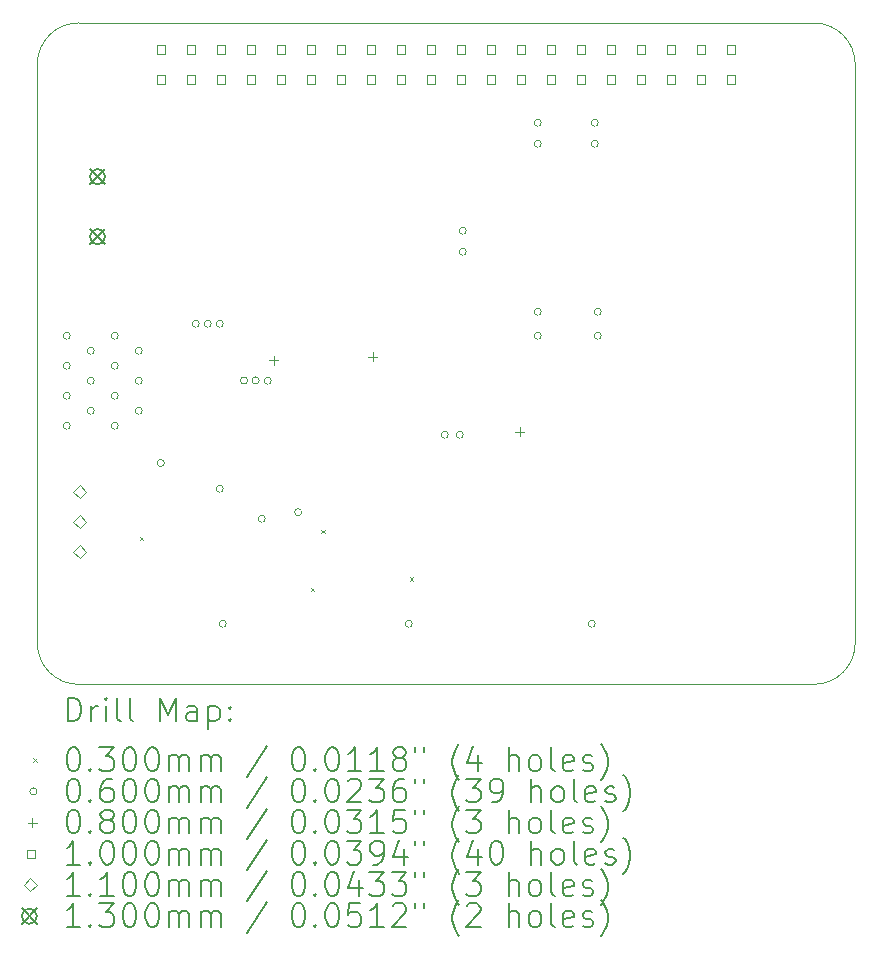
<source format=gbr>
%TF.GenerationSoftware,KiCad,Pcbnew,8.0.0*%
%TF.CreationDate,2024-03-02T01:19:25-06:00*%
%TF.ProjectId,kicad-power-hat,6b696361-642d-4706-9f77-65722d686174,rev?*%
%TF.SameCoordinates,Original*%
%TF.FileFunction,Drillmap*%
%TF.FilePolarity,Positive*%
%FSLAX45Y45*%
G04 Gerber Fmt 4.5, Leading zero omitted, Abs format (unit mm)*
G04 Created by KiCad (PCBNEW 8.0.0) date 2024-03-02 01:19:25*
%MOMM*%
%LPD*%
G01*
G04 APERTURE LIST*
%ADD10C,0.050000*%
%ADD11C,0.200000*%
%ADD12C,0.100000*%
%ADD13C,0.110000*%
%ADD14C,0.130000*%
G04 APERTURE END LIST*
D10*
X9525000Y-14711500D02*
X15750000Y-14711500D01*
X9175000Y-9461500D02*
X9175000Y-14361500D01*
X15750000Y-9111500D02*
X9525000Y-9111500D01*
X16100000Y-14361500D02*
X16100000Y-9461500D01*
X16100000Y-14361500D02*
G75*
G02*
X15750000Y-14711500I-350000J0D01*
G01*
X15750000Y-9111500D02*
G75*
G02*
X16100000Y-9461500I0J-350000D01*
G01*
X9175000Y-9461500D02*
G75*
G02*
X9525000Y-9111500I350000J0D01*
G01*
X9525000Y-14711500D02*
G75*
G02*
X9175000Y-14361500I0J350000D01*
G01*
D11*
D12*
X10043403Y-13462237D02*
X10073403Y-13492237D01*
X10073403Y-13462237D02*
X10043403Y-13492237D01*
X11491200Y-13894040D02*
X11521200Y-13924040D01*
X11521200Y-13894040D02*
X11491200Y-13924040D01*
X11577560Y-13401280D02*
X11607560Y-13431280D01*
X11607560Y-13401280D02*
X11577560Y-13431280D01*
X12329400Y-13802600D02*
X12359400Y-13832600D01*
X12359400Y-13802600D02*
X12329400Y-13832600D01*
X9453400Y-11760200D02*
G75*
G02*
X9393400Y-11760200I-30000J0D01*
G01*
X9393400Y-11760200D02*
G75*
G02*
X9453400Y-11760200I30000J0D01*
G01*
X9453400Y-12014200D02*
G75*
G02*
X9393400Y-12014200I-30000J0D01*
G01*
X9393400Y-12014200D02*
G75*
G02*
X9453400Y-12014200I30000J0D01*
G01*
X9453400Y-12268200D02*
G75*
G02*
X9393400Y-12268200I-30000J0D01*
G01*
X9393400Y-12268200D02*
G75*
G02*
X9453400Y-12268200I30000J0D01*
G01*
X9453400Y-12522200D02*
G75*
G02*
X9393400Y-12522200I-30000J0D01*
G01*
X9393400Y-12522200D02*
G75*
G02*
X9453400Y-12522200I30000J0D01*
G01*
X9656600Y-11887200D02*
G75*
G02*
X9596600Y-11887200I-30000J0D01*
G01*
X9596600Y-11887200D02*
G75*
G02*
X9656600Y-11887200I30000J0D01*
G01*
X9656600Y-12141200D02*
G75*
G02*
X9596600Y-12141200I-30000J0D01*
G01*
X9596600Y-12141200D02*
G75*
G02*
X9656600Y-12141200I30000J0D01*
G01*
X9656600Y-12395200D02*
G75*
G02*
X9596600Y-12395200I-30000J0D01*
G01*
X9596600Y-12395200D02*
G75*
G02*
X9656600Y-12395200I30000J0D01*
G01*
X9859800Y-11760200D02*
G75*
G02*
X9799800Y-11760200I-30000J0D01*
G01*
X9799800Y-11760200D02*
G75*
G02*
X9859800Y-11760200I30000J0D01*
G01*
X9859800Y-12014200D02*
G75*
G02*
X9799800Y-12014200I-30000J0D01*
G01*
X9799800Y-12014200D02*
G75*
G02*
X9859800Y-12014200I30000J0D01*
G01*
X9859800Y-12268200D02*
G75*
G02*
X9799800Y-12268200I-30000J0D01*
G01*
X9799800Y-12268200D02*
G75*
G02*
X9859800Y-12268200I30000J0D01*
G01*
X9859800Y-12522200D02*
G75*
G02*
X9799800Y-12522200I-30000J0D01*
G01*
X9799800Y-12522200D02*
G75*
G02*
X9859800Y-12522200I30000J0D01*
G01*
X10063000Y-11887200D02*
G75*
G02*
X10003000Y-11887200I-30000J0D01*
G01*
X10003000Y-11887200D02*
G75*
G02*
X10063000Y-11887200I30000J0D01*
G01*
X10063000Y-12141200D02*
G75*
G02*
X10003000Y-12141200I-30000J0D01*
G01*
X10003000Y-12141200D02*
G75*
G02*
X10063000Y-12141200I30000J0D01*
G01*
X10063000Y-12395200D02*
G75*
G02*
X10003000Y-12395200I-30000J0D01*
G01*
X10003000Y-12395200D02*
G75*
G02*
X10063000Y-12395200I30000J0D01*
G01*
X10250960Y-12837160D02*
G75*
G02*
X10190960Y-12837160I-30000J0D01*
G01*
X10190960Y-12837160D02*
G75*
G02*
X10250960Y-12837160I30000J0D01*
G01*
X10545600Y-11658600D02*
G75*
G02*
X10485600Y-11658600I-30000J0D01*
G01*
X10485600Y-11658600D02*
G75*
G02*
X10545600Y-11658600I30000J0D01*
G01*
X10647200Y-11658600D02*
G75*
G02*
X10587200Y-11658600I-30000J0D01*
G01*
X10587200Y-11658600D02*
G75*
G02*
X10647200Y-11658600I30000J0D01*
G01*
X10748800Y-11658600D02*
G75*
G02*
X10688800Y-11658600I-30000J0D01*
G01*
X10688800Y-11658600D02*
G75*
G02*
X10748800Y-11658600I30000J0D01*
G01*
X10748800Y-13055600D02*
G75*
G02*
X10688800Y-13055600I-30000J0D01*
G01*
X10688800Y-13055600D02*
G75*
G02*
X10748800Y-13055600I30000J0D01*
G01*
X10774200Y-14198600D02*
G75*
G02*
X10714200Y-14198600I-30000J0D01*
G01*
X10714200Y-14198600D02*
G75*
G02*
X10774200Y-14198600I30000J0D01*
G01*
X10955201Y-12138000D02*
G75*
G02*
X10895201Y-12138000I-30000J0D01*
G01*
X10895201Y-12138000D02*
G75*
G02*
X10955201Y-12138000I30000J0D01*
G01*
X11053600Y-12138000D02*
G75*
G02*
X10993600Y-12138000I-30000J0D01*
G01*
X10993600Y-12138000D02*
G75*
G02*
X11053600Y-12138000I30000J0D01*
G01*
X11104400Y-13309600D02*
G75*
G02*
X11044400Y-13309600I-30000J0D01*
G01*
X11044400Y-13309600D02*
G75*
G02*
X11104400Y-13309600I30000J0D01*
G01*
X11155200Y-12141200D02*
G75*
G02*
X11095200Y-12141200I-30000J0D01*
G01*
X11095200Y-12141200D02*
G75*
G02*
X11155200Y-12141200I30000J0D01*
G01*
X11413923Y-13254076D02*
G75*
G02*
X11353923Y-13254076I-30000J0D01*
G01*
X11353923Y-13254076D02*
G75*
G02*
X11413923Y-13254076I30000J0D01*
G01*
X12349000Y-14198600D02*
G75*
G02*
X12289000Y-14198600I-30000J0D01*
G01*
X12289000Y-14198600D02*
G75*
G02*
X12349000Y-14198600I30000J0D01*
G01*
X12653800Y-12598400D02*
G75*
G02*
X12593800Y-12598400I-30000J0D01*
G01*
X12593800Y-12598400D02*
G75*
G02*
X12653800Y-12598400I30000J0D01*
G01*
X12780800Y-12598400D02*
G75*
G02*
X12720800Y-12598400I-30000J0D01*
G01*
X12720800Y-12598400D02*
G75*
G02*
X12780800Y-12598400I30000J0D01*
G01*
X12806200Y-10871200D02*
G75*
G02*
X12746200Y-10871200I-30000J0D01*
G01*
X12746200Y-10871200D02*
G75*
G02*
X12806200Y-10871200I30000J0D01*
G01*
X12806200Y-11049000D02*
G75*
G02*
X12746200Y-11049000I-30000J0D01*
G01*
X12746200Y-11049000D02*
G75*
G02*
X12806200Y-11049000I30000J0D01*
G01*
X13441200Y-9956800D02*
G75*
G02*
X13381200Y-9956800I-30000J0D01*
G01*
X13381200Y-9956800D02*
G75*
G02*
X13441200Y-9956800I30000J0D01*
G01*
X13441200Y-10134600D02*
G75*
G02*
X13381200Y-10134600I-30000J0D01*
G01*
X13381200Y-10134600D02*
G75*
G02*
X13441200Y-10134600I30000J0D01*
G01*
X13441200Y-11557000D02*
G75*
G02*
X13381200Y-11557000I-30000J0D01*
G01*
X13381200Y-11557000D02*
G75*
G02*
X13441200Y-11557000I30000J0D01*
G01*
X13441200Y-11760200D02*
G75*
G02*
X13381200Y-11760200I-30000J0D01*
G01*
X13381200Y-11760200D02*
G75*
G02*
X13441200Y-11760200I30000J0D01*
G01*
X13898400Y-14198600D02*
G75*
G02*
X13838400Y-14198600I-30000J0D01*
G01*
X13838400Y-14198600D02*
G75*
G02*
X13898400Y-14198600I30000J0D01*
G01*
X13923800Y-9956800D02*
G75*
G02*
X13863800Y-9956800I-30000J0D01*
G01*
X13863800Y-9956800D02*
G75*
G02*
X13923800Y-9956800I30000J0D01*
G01*
X13923800Y-10134600D02*
G75*
G02*
X13863800Y-10134600I-30000J0D01*
G01*
X13863800Y-10134600D02*
G75*
G02*
X13923800Y-10134600I30000J0D01*
G01*
X13949200Y-11557000D02*
G75*
G02*
X13889200Y-11557000I-30000J0D01*
G01*
X13889200Y-11557000D02*
G75*
G02*
X13949200Y-11557000I30000J0D01*
G01*
X13949200Y-11760200D02*
G75*
G02*
X13889200Y-11760200I-30000J0D01*
G01*
X13889200Y-11760200D02*
G75*
G02*
X13949200Y-11760200I30000J0D01*
G01*
X11176000Y-11928000D02*
X11176000Y-12008000D01*
X11136000Y-11968000D02*
X11216000Y-11968000D01*
X12014200Y-11897999D02*
X12014200Y-11977999D01*
X11974200Y-11937999D02*
X12054200Y-11937999D01*
X13258800Y-12533000D02*
X13258800Y-12613000D01*
X13218800Y-12573000D02*
X13298800Y-12573000D01*
X10259356Y-9370356D02*
X10259356Y-9299644D01*
X10188644Y-9299644D01*
X10188644Y-9370356D01*
X10259356Y-9370356D01*
X10259356Y-9624356D02*
X10259356Y-9553644D01*
X10188644Y-9553644D01*
X10188644Y-9624356D01*
X10259356Y-9624356D01*
X10513356Y-9370356D02*
X10513356Y-9299644D01*
X10442644Y-9299644D01*
X10442644Y-9370356D01*
X10513356Y-9370356D01*
X10513356Y-9624356D02*
X10513356Y-9553644D01*
X10442644Y-9553644D01*
X10442644Y-9624356D01*
X10513356Y-9624356D01*
X10767356Y-9370356D02*
X10767356Y-9299644D01*
X10696644Y-9299644D01*
X10696644Y-9370356D01*
X10767356Y-9370356D01*
X10767356Y-9624356D02*
X10767356Y-9553644D01*
X10696644Y-9553644D01*
X10696644Y-9624356D01*
X10767356Y-9624356D01*
X11021356Y-9370356D02*
X11021356Y-9299644D01*
X10950644Y-9299644D01*
X10950644Y-9370356D01*
X11021356Y-9370356D01*
X11021356Y-9624356D02*
X11021356Y-9553644D01*
X10950644Y-9553644D01*
X10950644Y-9624356D01*
X11021356Y-9624356D01*
X11275356Y-9370356D02*
X11275356Y-9299644D01*
X11204644Y-9299644D01*
X11204644Y-9370356D01*
X11275356Y-9370356D01*
X11275356Y-9624356D02*
X11275356Y-9553644D01*
X11204644Y-9553644D01*
X11204644Y-9624356D01*
X11275356Y-9624356D01*
X11529356Y-9370356D02*
X11529356Y-9299644D01*
X11458644Y-9299644D01*
X11458644Y-9370356D01*
X11529356Y-9370356D01*
X11529356Y-9624356D02*
X11529356Y-9553644D01*
X11458644Y-9553644D01*
X11458644Y-9624356D01*
X11529356Y-9624356D01*
X11783356Y-9370356D02*
X11783356Y-9299644D01*
X11712644Y-9299644D01*
X11712644Y-9370356D01*
X11783356Y-9370356D01*
X11783356Y-9624356D02*
X11783356Y-9553644D01*
X11712644Y-9553644D01*
X11712644Y-9624356D01*
X11783356Y-9624356D01*
X12037356Y-9370356D02*
X12037356Y-9299644D01*
X11966644Y-9299644D01*
X11966644Y-9370356D01*
X12037356Y-9370356D01*
X12037356Y-9624356D02*
X12037356Y-9553644D01*
X11966644Y-9553644D01*
X11966644Y-9624356D01*
X12037356Y-9624356D01*
X12291356Y-9370356D02*
X12291356Y-9299644D01*
X12220644Y-9299644D01*
X12220644Y-9370356D01*
X12291356Y-9370356D01*
X12291356Y-9624356D02*
X12291356Y-9553644D01*
X12220644Y-9553644D01*
X12220644Y-9624356D01*
X12291356Y-9624356D01*
X12545356Y-9370356D02*
X12545356Y-9299644D01*
X12474644Y-9299644D01*
X12474644Y-9370356D01*
X12545356Y-9370356D01*
X12545356Y-9624356D02*
X12545356Y-9553644D01*
X12474644Y-9553644D01*
X12474644Y-9624356D01*
X12545356Y-9624356D01*
X12799356Y-9370356D02*
X12799356Y-9299644D01*
X12728644Y-9299644D01*
X12728644Y-9370356D01*
X12799356Y-9370356D01*
X12799356Y-9624356D02*
X12799356Y-9553644D01*
X12728644Y-9553644D01*
X12728644Y-9624356D01*
X12799356Y-9624356D01*
X13053356Y-9370356D02*
X13053356Y-9299644D01*
X12982644Y-9299644D01*
X12982644Y-9370356D01*
X13053356Y-9370356D01*
X13053356Y-9624356D02*
X13053356Y-9553644D01*
X12982644Y-9553644D01*
X12982644Y-9624356D01*
X13053356Y-9624356D01*
X13307356Y-9370356D02*
X13307356Y-9299644D01*
X13236644Y-9299644D01*
X13236644Y-9370356D01*
X13307356Y-9370356D01*
X13307356Y-9624356D02*
X13307356Y-9553644D01*
X13236644Y-9553644D01*
X13236644Y-9624356D01*
X13307356Y-9624356D01*
X13561356Y-9370356D02*
X13561356Y-9299644D01*
X13490644Y-9299644D01*
X13490644Y-9370356D01*
X13561356Y-9370356D01*
X13561356Y-9624356D02*
X13561356Y-9553644D01*
X13490644Y-9553644D01*
X13490644Y-9624356D01*
X13561356Y-9624356D01*
X13815356Y-9370356D02*
X13815356Y-9299644D01*
X13744644Y-9299644D01*
X13744644Y-9370356D01*
X13815356Y-9370356D01*
X13815356Y-9624356D02*
X13815356Y-9553644D01*
X13744644Y-9553644D01*
X13744644Y-9624356D01*
X13815356Y-9624356D01*
X14069356Y-9370356D02*
X14069356Y-9299644D01*
X13998644Y-9299644D01*
X13998644Y-9370356D01*
X14069356Y-9370356D01*
X14069356Y-9624356D02*
X14069356Y-9553644D01*
X13998644Y-9553644D01*
X13998644Y-9624356D01*
X14069356Y-9624356D01*
X14323356Y-9370356D02*
X14323356Y-9299644D01*
X14252644Y-9299644D01*
X14252644Y-9370356D01*
X14323356Y-9370356D01*
X14323356Y-9624356D02*
X14323356Y-9553644D01*
X14252644Y-9553644D01*
X14252644Y-9624356D01*
X14323356Y-9624356D01*
X14577356Y-9370356D02*
X14577356Y-9299644D01*
X14506644Y-9299644D01*
X14506644Y-9370356D01*
X14577356Y-9370356D01*
X14577356Y-9624356D02*
X14577356Y-9553644D01*
X14506644Y-9553644D01*
X14506644Y-9624356D01*
X14577356Y-9624356D01*
X14831356Y-9370356D02*
X14831356Y-9299644D01*
X14760644Y-9299644D01*
X14760644Y-9370356D01*
X14831356Y-9370356D01*
X14831356Y-9624356D02*
X14831356Y-9553644D01*
X14760644Y-9553644D01*
X14760644Y-9624356D01*
X14831356Y-9624356D01*
X15085356Y-9370356D02*
X15085356Y-9299644D01*
X15014644Y-9299644D01*
X15014644Y-9370356D01*
X15085356Y-9370356D01*
X15085356Y-9624356D02*
X15085356Y-9553644D01*
X15014644Y-9553644D01*
X15014644Y-9624356D01*
X15085356Y-9624356D01*
D13*
X9535000Y-13136000D02*
X9590000Y-13081000D01*
X9535000Y-13026000D01*
X9480000Y-13081000D01*
X9535000Y-13136000D01*
X9535000Y-13390000D02*
X9590000Y-13335000D01*
X9535000Y-13280000D01*
X9480000Y-13335000D01*
X9535000Y-13390000D01*
X9535000Y-13644000D02*
X9590000Y-13589000D01*
X9535000Y-13534000D01*
X9480000Y-13589000D01*
X9535000Y-13644000D01*
D14*
X9620000Y-10348500D02*
X9750000Y-10478500D01*
X9750000Y-10348500D02*
X9620000Y-10478500D01*
X9750000Y-10413500D02*
G75*
G02*
X9620000Y-10413500I-65000J0D01*
G01*
X9620000Y-10413500D02*
G75*
G02*
X9750000Y-10413500I65000J0D01*
G01*
X9620000Y-10856500D02*
X9750000Y-10986500D01*
X9750000Y-10856500D02*
X9620000Y-10986500D01*
X9750000Y-10921500D02*
G75*
G02*
X9620000Y-10921500I-65000J0D01*
G01*
X9620000Y-10921500D02*
G75*
G02*
X9750000Y-10921500I65000J0D01*
G01*
D11*
X9433277Y-15025484D02*
X9433277Y-14825484D01*
X9433277Y-14825484D02*
X9480896Y-14825484D01*
X9480896Y-14825484D02*
X9509467Y-14835008D01*
X9509467Y-14835008D02*
X9528515Y-14854055D01*
X9528515Y-14854055D02*
X9538039Y-14873103D01*
X9538039Y-14873103D02*
X9547563Y-14911198D01*
X9547563Y-14911198D02*
X9547563Y-14939769D01*
X9547563Y-14939769D02*
X9538039Y-14977865D01*
X9538039Y-14977865D02*
X9528515Y-14996912D01*
X9528515Y-14996912D02*
X9509467Y-15015960D01*
X9509467Y-15015960D02*
X9480896Y-15025484D01*
X9480896Y-15025484D02*
X9433277Y-15025484D01*
X9633277Y-15025484D02*
X9633277Y-14892150D01*
X9633277Y-14930246D02*
X9642801Y-14911198D01*
X9642801Y-14911198D02*
X9652324Y-14901674D01*
X9652324Y-14901674D02*
X9671372Y-14892150D01*
X9671372Y-14892150D02*
X9690420Y-14892150D01*
X9757086Y-15025484D02*
X9757086Y-14892150D01*
X9757086Y-14825484D02*
X9747563Y-14835008D01*
X9747563Y-14835008D02*
X9757086Y-14844531D01*
X9757086Y-14844531D02*
X9766610Y-14835008D01*
X9766610Y-14835008D02*
X9757086Y-14825484D01*
X9757086Y-14825484D02*
X9757086Y-14844531D01*
X9880896Y-15025484D02*
X9861848Y-15015960D01*
X9861848Y-15015960D02*
X9852324Y-14996912D01*
X9852324Y-14996912D02*
X9852324Y-14825484D01*
X9985658Y-15025484D02*
X9966610Y-15015960D01*
X9966610Y-15015960D02*
X9957086Y-14996912D01*
X9957086Y-14996912D02*
X9957086Y-14825484D01*
X10214229Y-15025484D02*
X10214229Y-14825484D01*
X10214229Y-14825484D02*
X10280896Y-14968341D01*
X10280896Y-14968341D02*
X10347563Y-14825484D01*
X10347563Y-14825484D02*
X10347563Y-15025484D01*
X10528515Y-15025484D02*
X10528515Y-14920722D01*
X10528515Y-14920722D02*
X10518991Y-14901674D01*
X10518991Y-14901674D02*
X10499944Y-14892150D01*
X10499944Y-14892150D02*
X10461848Y-14892150D01*
X10461848Y-14892150D02*
X10442801Y-14901674D01*
X10528515Y-15015960D02*
X10509467Y-15025484D01*
X10509467Y-15025484D02*
X10461848Y-15025484D01*
X10461848Y-15025484D02*
X10442801Y-15015960D01*
X10442801Y-15015960D02*
X10433277Y-14996912D01*
X10433277Y-14996912D02*
X10433277Y-14977865D01*
X10433277Y-14977865D02*
X10442801Y-14958817D01*
X10442801Y-14958817D02*
X10461848Y-14949293D01*
X10461848Y-14949293D02*
X10509467Y-14949293D01*
X10509467Y-14949293D02*
X10528515Y-14939769D01*
X10623753Y-14892150D02*
X10623753Y-15092150D01*
X10623753Y-14901674D02*
X10642801Y-14892150D01*
X10642801Y-14892150D02*
X10680896Y-14892150D01*
X10680896Y-14892150D02*
X10699944Y-14901674D01*
X10699944Y-14901674D02*
X10709467Y-14911198D01*
X10709467Y-14911198D02*
X10718991Y-14930246D01*
X10718991Y-14930246D02*
X10718991Y-14987388D01*
X10718991Y-14987388D02*
X10709467Y-15006436D01*
X10709467Y-15006436D02*
X10699944Y-15015960D01*
X10699944Y-15015960D02*
X10680896Y-15025484D01*
X10680896Y-15025484D02*
X10642801Y-15025484D01*
X10642801Y-15025484D02*
X10623753Y-15015960D01*
X10804705Y-15006436D02*
X10814229Y-15015960D01*
X10814229Y-15015960D02*
X10804705Y-15025484D01*
X10804705Y-15025484D02*
X10795182Y-15015960D01*
X10795182Y-15015960D02*
X10804705Y-15006436D01*
X10804705Y-15006436D02*
X10804705Y-15025484D01*
X10804705Y-14901674D02*
X10814229Y-14911198D01*
X10814229Y-14911198D02*
X10804705Y-14920722D01*
X10804705Y-14920722D02*
X10795182Y-14911198D01*
X10795182Y-14911198D02*
X10804705Y-14901674D01*
X10804705Y-14901674D02*
X10804705Y-14920722D01*
D12*
X9142500Y-15339000D02*
X9172500Y-15369000D01*
X9172500Y-15339000D02*
X9142500Y-15369000D01*
D11*
X9471372Y-15245484D02*
X9490420Y-15245484D01*
X9490420Y-15245484D02*
X9509467Y-15255008D01*
X9509467Y-15255008D02*
X9518991Y-15264531D01*
X9518991Y-15264531D02*
X9528515Y-15283579D01*
X9528515Y-15283579D02*
X9538039Y-15321674D01*
X9538039Y-15321674D02*
X9538039Y-15369293D01*
X9538039Y-15369293D02*
X9528515Y-15407388D01*
X9528515Y-15407388D02*
X9518991Y-15426436D01*
X9518991Y-15426436D02*
X9509467Y-15435960D01*
X9509467Y-15435960D02*
X9490420Y-15445484D01*
X9490420Y-15445484D02*
X9471372Y-15445484D01*
X9471372Y-15445484D02*
X9452324Y-15435960D01*
X9452324Y-15435960D02*
X9442801Y-15426436D01*
X9442801Y-15426436D02*
X9433277Y-15407388D01*
X9433277Y-15407388D02*
X9423753Y-15369293D01*
X9423753Y-15369293D02*
X9423753Y-15321674D01*
X9423753Y-15321674D02*
X9433277Y-15283579D01*
X9433277Y-15283579D02*
X9442801Y-15264531D01*
X9442801Y-15264531D02*
X9452324Y-15255008D01*
X9452324Y-15255008D02*
X9471372Y-15245484D01*
X9623753Y-15426436D02*
X9633277Y-15435960D01*
X9633277Y-15435960D02*
X9623753Y-15445484D01*
X9623753Y-15445484D02*
X9614229Y-15435960D01*
X9614229Y-15435960D02*
X9623753Y-15426436D01*
X9623753Y-15426436D02*
X9623753Y-15445484D01*
X9699944Y-15245484D02*
X9823753Y-15245484D01*
X9823753Y-15245484D02*
X9757086Y-15321674D01*
X9757086Y-15321674D02*
X9785658Y-15321674D01*
X9785658Y-15321674D02*
X9804705Y-15331198D01*
X9804705Y-15331198D02*
X9814229Y-15340722D01*
X9814229Y-15340722D02*
X9823753Y-15359769D01*
X9823753Y-15359769D02*
X9823753Y-15407388D01*
X9823753Y-15407388D02*
X9814229Y-15426436D01*
X9814229Y-15426436D02*
X9804705Y-15435960D01*
X9804705Y-15435960D02*
X9785658Y-15445484D01*
X9785658Y-15445484D02*
X9728515Y-15445484D01*
X9728515Y-15445484D02*
X9709467Y-15435960D01*
X9709467Y-15435960D02*
X9699944Y-15426436D01*
X9947563Y-15245484D02*
X9966610Y-15245484D01*
X9966610Y-15245484D02*
X9985658Y-15255008D01*
X9985658Y-15255008D02*
X9995182Y-15264531D01*
X9995182Y-15264531D02*
X10004705Y-15283579D01*
X10004705Y-15283579D02*
X10014229Y-15321674D01*
X10014229Y-15321674D02*
X10014229Y-15369293D01*
X10014229Y-15369293D02*
X10004705Y-15407388D01*
X10004705Y-15407388D02*
X9995182Y-15426436D01*
X9995182Y-15426436D02*
X9985658Y-15435960D01*
X9985658Y-15435960D02*
X9966610Y-15445484D01*
X9966610Y-15445484D02*
X9947563Y-15445484D01*
X9947563Y-15445484D02*
X9928515Y-15435960D01*
X9928515Y-15435960D02*
X9918991Y-15426436D01*
X9918991Y-15426436D02*
X9909467Y-15407388D01*
X9909467Y-15407388D02*
X9899944Y-15369293D01*
X9899944Y-15369293D02*
X9899944Y-15321674D01*
X9899944Y-15321674D02*
X9909467Y-15283579D01*
X9909467Y-15283579D02*
X9918991Y-15264531D01*
X9918991Y-15264531D02*
X9928515Y-15255008D01*
X9928515Y-15255008D02*
X9947563Y-15245484D01*
X10138039Y-15245484D02*
X10157086Y-15245484D01*
X10157086Y-15245484D02*
X10176134Y-15255008D01*
X10176134Y-15255008D02*
X10185658Y-15264531D01*
X10185658Y-15264531D02*
X10195182Y-15283579D01*
X10195182Y-15283579D02*
X10204705Y-15321674D01*
X10204705Y-15321674D02*
X10204705Y-15369293D01*
X10204705Y-15369293D02*
X10195182Y-15407388D01*
X10195182Y-15407388D02*
X10185658Y-15426436D01*
X10185658Y-15426436D02*
X10176134Y-15435960D01*
X10176134Y-15435960D02*
X10157086Y-15445484D01*
X10157086Y-15445484D02*
X10138039Y-15445484D01*
X10138039Y-15445484D02*
X10118991Y-15435960D01*
X10118991Y-15435960D02*
X10109467Y-15426436D01*
X10109467Y-15426436D02*
X10099944Y-15407388D01*
X10099944Y-15407388D02*
X10090420Y-15369293D01*
X10090420Y-15369293D02*
X10090420Y-15321674D01*
X10090420Y-15321674D02*
X10099944Y-15283579D01*
X10099944Y-15283579D02*
X10109467Y-15264531D01*
X10109467Y-15264531D02*
X10118991Y-15255008D01*
X10118991Y-15255008D02*
X10138039Y-15245484D01*
X10290420Y-15445484D02*
X10290420Y-15312150D01*
X10290420Y-15331198D02*
X10299944Y-15321674D01*
X10299944Y-15321674D02*
X10318991Y-15312150D01*
X10318991Y-15312150D02*
X10347563Y-15312150D01*
X10347563Y-15312150D02*
X10366610Y-15321674D01*
X10366610Y-15321674D02*
X10376134Y-15340722D01*
X10376134Y-15340722D02*
X10376134Y-15445484D01*
X10376134Y-15340722D02*
X10385658Y-15321674D01*
X10385658Y-15321674D02*
X10404705Y-15312150D01*
X10404705Y-15312150D02*
X10433277Y-15312150D01*
X10433277Y-15312150D02*
X10452325Y-15321674D01*
X10452325Y-15321674D02*
X10461848Y-15340722D01*
X10461848Y-15340722D02*
X10461848Y-15445484D01*
X10557086Y-15445484D02*
X10557086Y-15312150D01*
X10557086Y-15331198D02*
X10566610Y-15321674D01*
X10566610Y-15321674D02*
X10585658Y-15312150D01*
X10585658Y-15312150D02*
X10614229Y-15312150D01*
X10614229Y-15312150D02*
X10633277Y-15321674D01*
X10633277Y-15321674D02*
X10642801Y-15340722D01*
X10642801Y-15340722D02*
X10642801Y-15445484D01*
X10642801Y-15340722D02*
X10652325Y-15321674D01*
X10652325Y-15321674D02*
X10671372Y-15312150D01*
X10671372Y-15312150D02*
X10699944Y-15312150D01*
X10699944Y-15312150D02*
X10718991Y-15321674D01*
X10718991Y-15321674D02*
X10728515Y-15340722D01*
X10728515Y-15340722D02*
X10728515Y-15445484D01*
X11118991Y-15235960D02*
X10947563Y-15493103D01*
X11376134Y-15245484D02*
X11395182Y-15245484D01*
X11395182Y-15245484D02*
X11414229Y-15255008D01*
X11414229Y-15255008D02*
X11423753Y-15264531D01*
X11423753Y-15264531D02*
X11433277Y-15283579D01*
X11433277Y-15283579D02*
X11442801Y-15321674D01*
X11442801Y-15321674D02*
X11442801Y-15369293D01*
X11442801Y-15369293D02*
X11433277Y-15407388D01*
X11433277Y-15407388D02*
X11423753Y-15426436D01*
X11423753Y-15426436D02*
X11414229Y-15435960D01*
X11414229Y-15435960D02*
X11395182Y-15445484D01*
X11395182Y-15445484D02*
X11376134Y-15445484D01*
X11376134Y-15445484D02*
X11357086Y-15435960D01*
X11357086Y-15435960D02*
X11347563Y-15426436D01*
X11347563Y-15426436D02*
X11338039Y-15407388D01*
X11338039Y-15407388D02*
X11328515Y-15369293D01*
X11328515Y-15369293D02*
X11328515Y-15321674D01*
X11328515Y-15321674D02*
X11338039Y-15283579D01*
X11338039Y-15283579D02*
X11347563Y-15264531D01*
X11347563Y-15264531D02*
X11357086Y-15255008D01*
X11357086Y-15255008D02*
X11376134Y-15245484D01*
X11528515Y-15426436D02*
X11538039Y-15435960D01*
X11538039Y-15435960D02*
X11528515Y-15445484D01*
X11528515Y-15445484D02*
X11518991Y-15435960D01*
X11518991Y-15435960D02*
X11528515Y-15426436D01*
X11528515Y-15426436D02*
X11528515Y-15445484D01*
X11661848Y-15245484D02*
X11680896Y-15245484D01*
X11680896Y-15245484D02*
X11699944Y-15255008D01*
X11699944Y-15255008D02*
X11709467Y-15264531D01*
X11709467Y-15264531D02*
X11718991Y-15283579D01*
X11718991Y-15283579D02*
X11728515Y-15321674D01*
X11728515Y-15321674D02*
X11728515Y-15369293D01*
X11728515Y-15369293D02*
X11718991Y-15407388D01*
X11718991Y-15407388D02*
X11709467Y-15426436D01*
X11709467Y-15426436D02*
X11699944Y-15435960D01*
X11699944Y-15435960D02*
X11680896Y-15445484D01*
X11680896Y-15445484D02*
X11661848Y-15445484D01*
X11661848Y-15445484D02*
X11642801Y-15435960D01*
X11642801Y-15435960D02*
X11633277Y-15426436D01*
X11633277Y-15426436D02*
X11623753Y-15407388D01*
X11623753Y-15407388D02*
X11614229Y-15369293D01*
X11614229Y-15369293D02*
X11614229Y-15321674D01*
X11614229Y-15321674D02*
X11623753Y-15283579D01*
X11623753Y-15283579D02*
X11633277Y-15264531D01*
X11633277Y-15264531D02*
X11642801Y-15255008D01*
X11642801Y-15255008D02*
X11661848Y-15245484D01*
X11918991Y-15445484D02*
X11804706Y-15445484D01*
X11861848Y-15445484D02*
X11861848Y-15245484D01*
X11861848Y-15245484D02*
X11842801Y-15274055D01*
X11842801Y-15274055D02*
X11823753Y-15293103D01*
X11823753Y-15293103D02*
X11804706Y-15302627D01*
X12109467Y-15445484D02*
X11995182Y-15445484D01*
X12052325Y-15445484D02*
X12052325Y-15245484D01*
X12052325Y-15245484D02*
X12033277Y-15274055D01*
X12033277Y-15274055D02*
X12014229Y-15293103D01*
X12014229Y-15293103D02*
X11995182Y-15302627D01*
X12223753Y-15331198D02*
X12204706Y-15321674D01*
X12204706Y-15321674D02*
X12195182Y-15312150D01*
X12195182Y-15312150D02*
X12185658Y-15293103D01*
X12185658Y-15293103D02*
X12185658Y-15283579D01*
X12185658Y-15283579D02*
X12195182Y-15264531D01*
X12195182Y-15264531D02*
X12204706Y-15255008D01*
X12204706Y-15255008D02*
X12223753Y-15245484D01*
X12223753Y-15245484D02*
X12261848Y-15245484D01*
X12261848Y-15245484D02*
X12280896Y-15255008D01*
X12280896Y-15255008D02*
X12290420Y-15264531D01*
X12290420Y-15264531D02*
X12299944Y-15283579D01*
X12299944Y-15283579D02*
X12299944Y-15293103D01*
X12299944Y-15293103D02*
X12290420Y-15312150D01*
X12290420Y-15312150D02*
X12280896Y-15321674D01*
X12280896Y-15321674D02*
X12261848Y-15331198D01*
X12261848Y-15331198D02*
X12223753Y-15331198D01*
X12223753Y-15331198D02*
X12204706Y-15340722D01*
X12204706Y-15340722D02*
X12195182Y-15350246D01*
X12195182Y-15350246D02*
X12185658Y-15369293D01*
X12185658Y-15369293D02*
X12185658Y-15407388D01*
X12185658Y-15407388D02*
X12195182Y-15426436D01*
X12195182Y-15426436D02*
X12204706Y-15435960D01*
X12204706Y-15435960D02*
X12223753Y-15445484D01*
X12223753Y-15445484D02*
X12261848Y-15445484D01*
X12261848Y-15445484D02*
X12280896Y-15435960D01*
X12280896Y-15435960D02*
X12290420Y-15426436D01*
X12290420Y-15426436D02*
X12299944Y-15407388D01*
X12299944Y-15407388D02*
X12299944Y-15369293D01*
X12299944Y-15369293D02*
X12290420Y-15350246D01*
X12290420Y-15350246D02*
X12280896Y-15340722D01*
X12280896Y-15340722D02*
X12261848Y-15331198D01*
X12376134Y-15245484D02*
X12376134Y-15283579D01*
X12452325Y-15245484D02*
X12452325Y-15283579D01*
X12747563Y-15521674D02*
X12738039Y-15512150D01*
X12738039Y-15512150D02*
X12718991Y-15483579D01*
X12718991Y-15483579D02*
X12709468Y-15464531D01*
X12709468Y-15464531D02*
X12699944Y-15435960D01*
X12699944Y-15435960D02*
X12690420Y-15388341D01*
X12690420Y-15388341D02*
X12690420Y-15350246D01*
X12690420Y-15350246D02*
X12699944Y-15302627D01*
X12699944Y-15302627D02*
X12709468Y-15274055D01*
X12709468Y-15274055D02*
X12718991Y-15255008D01*
X12718991Y-15255008D02*
X12738039Y-15226436D01*
X12738039Y-15226436D02*
X12747563Y-15216912D01*
X12909468Y-15312150D02*
X12909468Y-15445484D01*
X12861848Y-15235960D02*
X12814229Y-15378817D01*
X12814229Y-15378817D02*
X12938039Y-15378817D01*
X13166610Y-15445484D02*
X13166610Y-15245484D01*
X13252325Y-15445484D02*
X13252325Y-15340722D01*
X13252325Y-15340722D02*
X13242801Y-15321674D01*
X13242801Y-15321674D02*
X13223753Y-15312150D01*
X13223753Y-15312150D02*
X13195182Y-15312150D01*
X13195182Y-15312150D02*
X13176134Y-15321674D01*
X13176134Y-15321674D02*
X13166610Y-15331198D01*
X13376134Y-15445484D02*
X13357087Y-15435960D01*
X13357087Y-15435960D02*
X13347563Y-15426436D01*
X13347563Y-15426436D02*
X13338039Y-15407388D01*
X13338039Y-15407388D02*
X13338039Y-15350246D01*
X13338039Y-15350246D02*
X13347563Y-15331198D01*
X13347563Y-15331198D02*
X13357087Y-15321674D01*
X13357087Y-15321674D02*
X13376134Y-15312150D01*
X13376134Y-15312150D02*
X13404706Y-15312150D01*
X13404706Y-15312150D02*
X13423753Y-15321674D01*
X13423753Y-15321674D02*
X13433277Y-15331198D01*
X13433277Y-15331198D02*
X13442801Y-15350246D01*
X13442801Y-15350246D02*
X13442801Y-15407388D01*
X13442801Y-15407388D02*
X13433277Y-15426436D01*
X13433277Y-15426436D02*
X13423753Y-15435960D01*
X13423753Y-15435960D02*
X13404706Y-15445484D01*
X13404706Y-15445484D02*
X13376134Y-15445484D01*
X13557087Y-15445484D02*
X13538039Y-15435960D01*
X13538039Y-15435960D02*
X13528515Y-15416912D01*
X13528515Y-15416912D02*
X13528515Y-15245484D01*
X13709468Y-15435960D02*
X13690420Y-15445484D01*
X13690420Y-15445484D02*
X13652325Y-15445484D01*
X13652325Y-15445484D02*
X13633277Y-15435960D01*
X13633277Y-15435960D02*
X13623753Y-15416912D01*
X13623753Y-15416912D02*
X13623753Y-15340722D01*
X13623753Y-15340722D02*
X13633277Y-15321674D01*
X13633277Y-15321674D02*
X13652325Y-15312150D01*
X13652325Y-15312150D02*
X13690420Y-15312150D01*
X13690420Y-15312150D02*
X13709468Y-15321674D01*
X13709468Y-15321674D02*
X13718991Y-15340722D01*
X13718991Y-15340722D02*
X13718991Y-15359769D01*
X13718991Y-15359769D02*
X13623753Y-15378817D01*
X13795182Y-15435960D02*
X13814230Y-15445484D01*
X13814230Y-15445484D02*
X13852325Y-15445484D01*
X13852325Y-15445484D02*
X13871372Y-15435960D01*
X13871372Y-15435960D02*
X13880896Y-15416912D01*
X13880896Y-15416912D02*
X13880896Y-15407388D01*
X13880896Y-15407388D02*
X13871372Y-15388341D01*
X13871372Y-15388341D02*
X13852325Y-15378817D01*
X13852325Y-15378817D02*
X13823753Y-15378817D01*
X13823753Y-15378817D02*
X13804706Y-15369293D01*
X13804706Y-15369293D02*
X13795182Y-15350246D01*
X13795182Y-15350246D02*
X13795182Y-15340722D01*
X13795182Y-15340722D02*
X13804706Y-15321674D01*
X13804706Y-15321674D02*
X13823753Y-15312150D01*
X13823753Y-15312150D02*
X13852325Y-15312150D01*
X13852325Y-15312150D02*
X13871372Y-15321674D01*
X13947563Y-15521674D02*
X13957087Y-15512150D01*
X13957087Y-15512150D02*
X13976134Y-15483579D01*
X13976134Y-15483579D02*
X13985658Y-15464531D01*
X13985658Y-15464531D02*
X13995182Y-15435960D01*
X13995182Y-15435960D02*
X14004706Y-15388341D01*
X14004706Y-15388341D02*
X14004706Y-15350246D01*
X14004706Y-15350246D02*
X13995182Y-15302627D01*
X13995182Y-15302627D02*
X13985658Y-15274055D01*
X13985658Y-15274055D02*
X13976134Y-15255008D01*
X13976134Y-15255008D02*
X13957087Y-15226436D01*
X13957087Y-15226436D02*
X13947563Y-15216912D01*
D12*
X9172500Y-15618000D02*
G75*
G02*
X9112500Y-15618000I-30000J0D01*
G01*
X9112500Y-15618000D02*
G75*
G02*
X9172500Y-15618000I30000J0D01*
G01*
D11*
X9471372Y-15509484D02*
X9490420Y-15509484D01*
X9490420Y-15509484D02*
X9509467Y-15519008D01*
X9509467Y-15519008D02*
X9518991Y-15528531D01*
X9518991Y-15528531D02*
X9528515Y-15547579D01*
X9528515Y-15547579D02*
X9538039Y-15585674D01*
X9538039Y-15585674D02*
X9538039Y-15633293D01*
X9538039Y-15633293D02*
X9528515Y-15671388D01*
X9528515Y-15671388D02*
X9518991Y-15690436D01*
X9518991Y-15690436D02*
X9509467Y-15699960D01*
X9509467Y-15699960D02*
X9490420Y-15709484D01*
X9490420Y-15709484D02*
X9471372Y-15709484D01*
X9471372Y-15709484D02*
X9452324Y-15699960D01*
X9452324Y-15699960D02*
X9442801Y-15690436D01*
X9442801Y-15690436D02*
X9433277Y-15671388D01*
X9433277Y-15671388D02*
X9423753Y-15633293D01*
X9423753Y-15633293D02*
X9423753Y-15585674D01*
X9423753Y-15585674D02*
X9433277Y-15547579D01*
X9433277Y-15547579D02*
X9442801Y-15528531D01*
X9442801Y-15528531D02*
X9452324Y-15519008D01*
X9452324Y-15519008D02*
X9471372Y-15509484D01*
X9623753Y-15690436D02*
X9633277Y-15699960D01*
X9633277Y-15699960D02*
X9623753Y-15709484D01*
X9623753Y-15709484D02*
X9614229Y-15699960D01*
X9614229Y-15699960D02*
X9623753Y-15690436D01*
X9623753Y-15690436D02*
X9623753Y-15709484D01*
X9804705Y-15509484D02*
X9766610Y-15509484D01*
X9766610Y-15509484D02*
X9747563Y-15519008D01*
X9747563Y-15519008D02*
X9738039Y-15528531D01*
X9738039Y-15528531D02*
X9718991Y-15557103D01*
X9718991Y-15557103D02*
X9709467Y-15595198D01*
X9709467Y-15595198D02*
X9709467Y-15671388D01*
X9709467Y-15671388D02*
X9718991Y-15690436D01*
X9718991Y-15690436D02*
X9728515Y-15699960D01*
X9728515Y-15699960D02*
X9747563Y-15709484D01*
X9747563Y-15709484D02*
X9785658Y-15709484D01*
X9785658Y-15709484D02*
X9804705Y-15699960D01*
X9804705Y-15699960D02*
X9814229Y-15690436D01*
X9814229Y-15690436D02*
X9823753Y-15671388D01*
X9823753Y-15671388D02*
X9823753Y-15623769D01*
X9823753Y-15623769D02*
X9814229Y-15604722D01*
X9814229Y-15604722D02*
X9804705Y-15595198D01*
X9804705Y-15595198D02*
X9785658Y-15585674D01*
X9785658Y-15585674D02*
X9747563Y-15585674D01*
X9747563Y-15585674D02*
X9728515Y-15595198D01*
X9728515Y-15595198D02*
X9718991Y-15604722D01*
X9718991Y-15604722D02*
X9709467Y-15623769D01*
X9947563Y-15509484D02*
X9966610Y-15509484D01*
X9966610Y-15509484D02*
X9985658Y-15519008D01*
X9985658Y-15519008D02*
X9995182Y-15528531D01*
X9995182Y-15528531D02*
X10004705Y-15547579D01*
X10004705Y-15547579D02*
X10014229Y-15585674D01*
X10014229Y-15585674D02*
X10014229Y-15633293D01*
X10014229Y-15633293D02*
X10004705Y-15671388D01*
X10004705Y-15671388D02*
X9995182Y-15690436D01*
X9995182Y-15690436D02*
X9985658Y-15699960D01*
X9985658Y-15699960D02*
X9966610Y-15709484D01*
X9966610Y-15709484D02*
X9947563Y-15709484D01*
X9947563Y-15709484D02*
X9928515Y-15699960D01*
X9928515Y-15699960D02*
X9918991Y-15690436D01*
X9918991Y-15690436D02*
X9909467Y-15671388D01*
X9909467Y-15671388D02*
X9899944Y-15633293D01*
X9899944Y-15633293D02*
X9899944Y-15585674D01*
X9899944Y-15585674D02*
X9909467Y-15547579D01*
X9909467Y-15547579D02*
X9918991Y-15528531D01*
X9918991Y-15528531D02*
X9928515Y-15519008D01*
X9928515Y-15519008D02*
X9947563Y-15509484D01*
X10138039Y-15509484D02*
X10157086Y-15509484D01*
X10157086Y-15509484D02*
X10176134Y-15519008D01*
X10176134Y-15519008D02*
X10185658Y-15528531D01*
X10185658Y-15528531D02*
X10195182Y-15547579D01*
X10195182Y-15547579D02*
X10204705Y-15585674D01*
X10204705Y-15585674D02*
X10204705Y-15633293D01*
X10204705Y-15633293D02*
X10195182Y-15671388D01*
X10195182Y-15671388D02*
X10185658Y-15690436D01*
X10185658Y-15690436D02*
X10176134Y-15699960D01*
X10176134Y-15699960D02*
X10157086Y-15709484D01*
X10157086Y-15709484D02*
X10138039Y-15709484D01*
X10138039Y-15709484D02*
X10118991Y-15699960D01*
X10118991Y-15699960D02*
X10109467Y-15690436D01*
X10109467Y-15690436D02*
X10099944Y-15671388D01*
X10099944Y-15671388D02*
X10090420Y-15633293D01*
X10090420Y-15633293D02*
X10090420Y-15585674D01*
X10090420Y-15585674D02*
X10099944Y-15547579D01*
X10099944Y-15547579D02*
X10109467Y-15528531D01*
X10109467Y-15528531D02*
X10118991Y-15519008D01*
X10118991Y-15519008D02*
X10138039Y-15509484D01*
X10290420Y-15709484D02*
X10290420Y-15576150D01*
X10290420Y-15595198D02*
X10299944Y-15585674D01*
X10299944Y-15585674D02*
X10318991Y-15576150D01*
X10318991Y-15576150D02*
X10347563Y-15576150D01*
X10347563Y-15576150D02*
X10366610Y-15585674D01*
X10366610Y-15585674D02*
X10376134Y-15604722D01*
X10376134Y-15604722D02*
X10376134Y-15709484D01*
X10376134Y-15604722D02*
X10385658Y-15585674D01*
X10385658Y-15585674D02*
X10404705Y-15576150D01*
X10404705Y-15576150D02*
X10433277Y-15576150D01*
X10433277Y-15576150D02*
X10452325Y-15585674D01*
X10452325Y-15585674D02*
X10461848Y-15604722D01*
X10461848Y-15604722D02*
X10461848Y-15709484D01*
X10557086Y-15709484D02*
X10557086Y-15576150D01*
X10557086Y-15595198D02*
X10566610Y-15585674D01*
X10566610Y-15585674D02*
X10585658Y-15576150D01*
X10585658Y-15576150D02*
X10614229Y-15576150D01*
X10614229Y-15576150D02*
X10633277Y-15585674D01*
X10633277Y-15585674D02*
X10642801Y-15604722D01*
X10642801Y-15604722D02*
X10642801Y-15709484D01*
X10642801Y-15604722D02*
X10652325Y-15585674D01*
X10652325Y-15585674D02*
X10671372Y-15576150D01*
X10671372Y-15576150D02*
X10699944Y-15576150D01*
X10699944Y-15576150D02*
X10718991Y-15585674D01*
X10718991Y-15585674D02*
X10728515Y-15604722D01*
X10728515Y-15604722D02*
X10728515Y-15709484D01*
X11118991Y-15499960D02*
X10947563Y-15757103D01*
X11376134Y-15509484D02*
X11395182Y-15509484D01*
X11395182Y-15509484D02*
X11414229Y-15519008D01*
X11414229Y-15519008D02*
X11423753Y-15528531D01*
X11423753Y-15528531D02*
X11433277Y-15547579D01*
X11433277Y-15547579D02*
X11442801Y-15585674D01*
X11442801Y-15585674D02*
X11442801Y-15633293D01*
X11442801Y-15633293D02*
X11433277Y-15671388D01*
X11433277Y-15671388D02*
X11423753Y-15690436D01*
X11423753Y-15690436D02*
X11414229Y-15699960D01*
X11414229Y-15699960D02*
X11395182Y-15709484D01*
X11395182Y-15709484D02*
X11376134Y-15709484D01*
X11376134Y-15709484D02*
X11357086Y-15699960D01*
X11357086Y-15699960D02*
X11347563Y-15690436D01*
X11347563Y-15690436D02*
X11338039Y-15671388D01*
X11338039Y-15671388D02*
X11328515Y-15633293D01*
X11328515Y-15633293D02*
X11328515Y-15585674D01*
X11328515Y-15585674D02*
X11338039Y-15547579D01*
X11338039Y-15547579D02*
X11347563Y-15528531D01*
X11347563Y-15528531D02*
X11357086Y-15519008D01*
X11357086Y-15519008D02*
X11376134Y-15509484D01*
X11528515Y-15690436D02*
X11538039Y-15699960D01*
X11538039Y-15699960D02*
X11528515Y-15709484D01*
X11528515Y-15709484D02*
X11518991Y-15699960D01*
X11518991Y-15699960D02*
X11528515Y-15690436D01*
X11528515Y-15690436D02*
X11528515Y-15709484D01*
X11661848Y-15509484D02*
X11680896Y-15509484D01*
X11680896Y-15509484D02*
X11699944Y-15519008D01*
X11699944Y-15519008D02*
X11709467Y-15528531D01*
X11709467Y-15528531D02*
X11718991Y-15547579D01*
X11718991Y-15547579D02*
X11728515Y-15585674D01*
X11728515Y-15585674D02*
X11728515Y-15633293D01*
X11728515Y-15633293D02*
X11718991Y-15671388D01*
X11718991Y-15671388D02*
X11709467Y-15690436D01*
X11709467Y-15690436D02*
X11699944Y-15699960D01*
X11699944Y-15699960D02*
X11680896Y-15709484D01*
X11680896Y-15709484D02*
X11661848Y-15709484D01*
X11661848Y-15709484D02*
X11642801Y-15699960D01*
X11642801Y-15699960D02*
X11633277Y-15690436D01*
X11633277Y-15690436D02*
X11623753Y-15671388D01*
X11623753Y-15671388D02*
X11614229Y-15633293D01*
X11614229Y-15633293D02*
X11614229Y-15585674D01*
X11614229Y-15585674D02*
X11623753Y-15547579D01*
X11623753Y-15547579D02*
X11633277Y-15528531D01*
X11633277Y-15528531D02*
X11642801Y-15519008D01*
X11642801Y-15519008D02*
X11661848Y-15509484D01*
X11804706Y-15528531D02*
X11814229Y-15519008D01*
X11814229Y-15519008D02*
X11833277Y-15509484D01*
X11833277Y-15509484D02*
X11880896Y-15509484D01*
X11880896Y-15509484D02*
X11899944Y-15519008D01*
X11899944Y-15519008D02*
X11909467Y-15528531D01*
X11909467Y-15528531D02*
X11918991Y-15547579D01*
X11918991Y-15547579D02*
X11918991Y-15566627D01*
X11918991Y-15566627D02*
X11909467Y-15595198D01*
X11909467Y-15595198D02*
X11795182Y-15709484D01*
X11795182Y-15709484D02*
X11918991Y-15709484D01*
X11985658Y-15509484D02*
X12109467Y-15509484D01*
X12109467Y-15509484D02*
X12042801Y-15585674D01*
X12042801Y-15585674D02*
X12071372Y-15585674D01*
X12071372Y-15585674D02*
X12090420Y-15595198D01*
X12090420Y-15595198D02*
X12099944Y-15604722D01*
X12099944Y-15604722D02*
X12109467Y-15623769D01*
X12109467Y-15623769D02*
X12109467Y-15671388D01*
X12109467Y-15671388D02*
X12099944Y-15690436D01*
X12099944Y-15690436D02*
X12090420Y-15699960D01*
X12090420Y-15699960D02*
X12071372Y-15709484D01*
X12071372Y-15709484D02*
X12014229Y-15709484D01*
X12014229Y-15709484D02*
X11995182Y-15699960D01*
X11995182Y-15699960D02*
X11985658Y-15690436D01*
X12280896Y-15509484D02*
X12242801Y-15509484D01*
X12242801Y-15509484D02*
X12223753Y-15519008D01*
X12223753Y-15519008D02*
X12214229Y-15528531D01*
X12214229Y-15528531D02*
X12195182Y-15557103D01*
X12195182Y-15557103D02*
X12185658Y-15595198D01*
X12185658Y-15595198D02*
X12185658Y-15671388D01*
X12185658Y-15671388D02*
X12195182Y-15690436D01*
X12195182Y-15690436D02*
X12204706Y-15699960D01*
X12204706Y-15699960D02*
X12223753Y-15709484D01*
X12223753Y-15709484D02*
X12261848Y-15709484D01*
X12261848Y-15709484D02*
X12280896Y-15699960D01*
X12280896Y-15699960D02*
X12290420Y-15690436D01*
X12290420Y-15690436D02*
X12299944Y-15671388D01*
X12299944Y-15671388D02*
X12299944Y-15623769D01*
X12299944Y-15623769D02*
X12290420Y-15604722D01*
X12290420Y-15604722D02*
X12280896Y-15595198D01*
X12280896Y-15595198D02*
X12261848Y-15585674D01*
X12261848Y-15585674D02*
X12223753Y-15585674D01*
X12223753Y-15585674D02*
X12204706Y-15595198D01*
X12204706Y-15595198D02*
X12195182Y-15604722D01*
X12195182Y-15604722D02*
X12185658Y-15623769D01*
X12376134Y-15509484D02*
X12376134Y-15547579D01*
X12452325Y-15509484D02*
X12452325Y-15547579D01*
X12747563Y-15785674D02*
X12738039Y-15776150D01*
X12738039Y-15776150D02*
X12718991Y-15747579D01*
X12718991Y-15747579D02*
X12709468Y-15728531D01*
X12709468Y-15728531D02*
X12699944Y-15699960D01*
X12699944Y-15699960D02*
X12690420Y-15652341D01*
X12690420Y-15652341D02*
X12690420Y-15614246D01*
X12690420Y-15614246D02*
X12699944Y-15566627D01*
X12699944Y-15566627D02*
X12709468Y-15538055D01*
X12709468Y-15538055D02*
X12718991Y-15519008D01*
X12718991Y-15519008D02*
X12738039Y-15490436D01*
X12738039Y-15490436D02*
X12747563Y-15480912D01*
X12804706Y-15509484D02*
X12928515Y-15509484D01*
X12928515Y-15509484D02*
X12861848Y-15585674D01*
X12861848Y-15585674D02*
X12890420Y-15585674D01*
X12890420Y-15585674D02*
X12909468Y-15595198D01*
X12909468Y-15595198D02*
X12918991Y-15604722D01*
X12918991Y-15604722D02*
X12928515Y-15623769D01*
X12928515Y-15623769D02*
X12928515Y-15671388D01*
X12928515Y-15671388D02*
X12918991Y-15690436D01*
X12918991Y-15690436D02*
X12909468Y-15699960D01*
X12909468Y-15699960D02*
X12890420Y-15709484D01*
X12890420Y-15709484D02*
X12833277Y-15709484D01*
X12833277Y-15709484D02*
X12814229Y-15699960D01*
X12814229Y-15699960D02*
X12804706Y-15690436D01*
X13023753Y-15709484D02*
X13061848Y-15709484D01*
X13061848Y-15709484D02*
X13080896Y-15699960D01*
X13080896Y-15699960D02*
X13090420Y-15690436D01*
X13090420Y-15690436D02*
X13109468Y-15661865D01*
X13109468Y-15661865D02*
X13118991Y-15623769D01*
X13118991Y-15623769D02*
X13118991Y-15547579D01*
X13118991Y-15547579D02*
X13109468Y-15528531D01*
X13109468Y-15528531D02*
X13099944Y-15519008D01*
X13099944Y-15519008D02*
X13080896Y-15509484D01*
X13080896Y-15509484D02*
X13042801Y-15509484D01*
X13042801Y-15509484D02*
X13023753Y-15519008D01*
X13023753Y-15519008D02*
X13014229Y-15528531D01*
X13014229Y-15528531D02*
X13004706Y-15547579D01*
X13004706Y-15547579D02*
X13004706Y-15595198D01*
X13004706Y-15595198D02*
X13014229Y-15614246D01*
X13014229Y-15614246D02*
X13023753Y-15623769D01*
X13023753Y-15623769D02*
X13042801Y-15633293D01*
X13042801Y-15633293D02*
X13080896Y-15633293D01*
X13080896Y-15633293D02*
X13099944Y-15623769D01*
X13099944Y-15623769D02*
X13109468Y-15614246D01*
X13109468Y-15614246D02*
X13118991Y-15595198D01*
X13357087Y-15709484D02*
X13357087Y-15509484D01*
X13442801Y-15709484D02*
X13442801Y-15604722D01*
X13442801Y-15604722D02*
X13433277Y-15585674D01*
X13433277Y-15585674D02*
X13414230Y-15576150D01*
X13414230Y-15576150D02*
X13385658Y-15576150D01*
X13385658Y-15576150D02*
X13366610Y-15585674D01*
X13366610Y-15585674D02*
X13357087Y-15595198D01*
X13566610Y-15709484D02*
X13547563Y-15699960D01*
X13547563Y-15699960D02*
X13538039Y-15690436D01*
X13538039Y-15690436D02*
X13528515Y-15671388D01*
X13528515Y-15671388D02*
X13528515Y-15614246D01*
X13528515Y-15614246D02*
X13538039Y-15595198D01*
X13538039Y-15595198D02*
X13547563Y-15585674D01*
X13547563Y-15585674D02*
X13566610Y-15576150D01*
X13566610Y-15576150D02*
X13595182Y-15576150D01*
X13595182Y-15576150D02*
X13614230Y-15585674D01*
X13614230Y-15585674D02*
X13623753Y-15595198D01*
X13623753Y-15595198D02*
X13633277Y-15614246D01*
X13633277Y-15614246D02*
X13633277Y-15671388D01*
X13633277Y-15671388D02*
X13623753Y-15690436D01*
X13623753Y-15690436D02*
X13614230Y-15699960D01*
X13614230Y-15699960D02*
X13595182Y-15709484D01*
X13595182Y-15709484D02*
X13566610Y-15709484D01*
X13747563Y-15709484D02*
X13728515Y-15699960D01*
X13728515Y-15699960D02*
X13718991Y-15680912D01*
X13718991Y-15680912D02*
X13718991Y-15509484D01*
X13899944Y-15699960D02*
X13880896Y-15709484D01*
X13880896Y-15709484D02*
X13842801Y-15709484D01*
X13842801Y-15709484D02*
X13823753Y-15699960D01*
X13823753Y-15699960D02*
X13814230Y-15680912D01*
X13814230Y-15680912D02*
X13814230Y-15604722D01*
X13814230Y-15604722D02*
X13823753Y-15585674D01*
X13823753Y-15585674D02*
X13842801Y-15576150D01*
X13842801Y-15576150D02*
X13880896Y-15576150D01*
X13880896Y-15576150D02*
X13899944Y-15585674D01*
X13899944Y-15585674D02*
X13909468Y-15604722D01*
X13909468Y-15604722D02*
X13909468Y-15623769D01*
X13909468Y-15623769D02*
X13814230Y-15642817D01*
X13985658Y-15699960D02*
X14004706Y-15709484D01*
X14004706Y-15709484D02*
X14042801Y-15709484D01*
X14042801Y-15709484D02*
X14061849Y-15699960D01*
X14061849Y-15699960D02*
X14071372Y-15680912D01*
X14071372Y-15680912D02*
X14071372Y-15671388D01*
X14071372Y-15671388D02*
X14061849Y-15652341D01*
X14061849Y-15652341D02*
X14042801Y-15642817D01*
X14042801Y-15642817D02*
X14014230Y-15642817D01*
X14014230Y-15642817D02*
X13995182Y-15633293D01*
X13995182Y-15633293D02*
X13985658Y-15614246D01*
X13985658Y-15614246D02*
X13985658Y-15604722D01*
X13985658Y-15604722D02*
X13995182Y-15585674D01*
X13995182Y-15585674D02*
X14014230Y-15576150D01*
X14014230Y-15576150D02*
X14042801Y-15576150D01*
X14042801Y-15576150D02*
X14061849Y-15585674D01*
X14138039Y-15785674D02*
X14147563Y-15776150D01*
X14147563Y-15776150D02*
X14166611Y-15747579D01*
X14166611Y-15747579D02*
X14176134Y-15728531D01*
X14176134Y-15728531D02*
X14185658Y-15699960D01*
X14185658Y-15699960D02*
X14195182Y-15652341D01*
X14195182Y-15652341D02*
X14195182Y-15614246D01*
X14195182Y-15614246D02*
X14185658Y-15566627D01*
X14185658Y-15566627D02*
X14176134Y-15538055D01*
X14176134Y-15538055D02*
X14166611Y-15519008D01*
X14166611Y-15519008D02*
X14147563Y-15490436D01*
X14147563Y-15490436D02*
X14138039Y-15480912D01*
D12*
X9132500Y-15842000D02*
X9132500Y-15922000D01*
X9092500Y-15882000D02*
X9172500Y-15882000D01*
D11*
X9471372Y-15773484D02*
X9490420Y-15773484D01*
X9490420Y-15773484D02*
X9509467Y-15783008D01*
X9509467Y-15783008D02*
X9518991Y-15792531D01*
X9518991Y-15792531D02*
X9528515Y-15811579D01*
X9528515Y-15811579D02*
X9538039Y-15849674D01*
X9538039Y-15849674D02*
X9538039Y-15897293D01*
X9538039Y-15897293D02*
X9528515Y-15935388D01*
X9528515Y-15935388D02*
X9518991Y-15954436D01*
X9518991Y-15954436D02*
X9509467Y-15963960D01*
X9509467Y-15963960D02*
X9490420Y-15973484D01*
X9490420Y-15973484D02*
X9471372Y-15973484D01*
X9471372Y-15973484D02*
X9452324Y-15963960D01*
X9452324Y-15963960D02*
X9442801Y-15954436D01*
X9442801Y-15954436D02*
X9433277Y-15935388D01*
X9433277Y-15935388D02*
X9423753Y-15897293D01*
X9423753Y-15897293D02*
X9423753Y-15849674D01*
X9423753Y-15849674D02*
X9433277Y-15811579D01*
X9433277Y-15811579D02*
X9442801Y-15792531D01*
X9442801Y-15792531D02*
X9452324Y-15783008D01*
X9452324Y-15783008D02*
X9471372Y-15773484D01*
X9623753Y-15954436D02*
X9633277Y-15963960D01*
X9633277Y-15963960D02*
X9623753Y-15973484D01*
X9623753Y-15973484D02*
X9614229Y-15963960D01*
X9614229Y-15963960D02*
X9623753Y-15954436D01*
X9623753Y-15954436D02*
X9623753Y-15973484D01*
X9747563Y-15859198D02*
X9728515Y-15849674D01*
X9728515Y-15849674D02*
X9718991Y-15840150D01*
X9718991Y-15840150D02*
X9709467Y-15821103D01*
X9709467Y-15821103D02*
X9709467Y-15811579D01*
X9709467Y-15811579D02*
X9718991Y-15792531D01*
X9718991Y-15792531D02*
X9728515Y-15783008D01*
X9728515Y-15783008D02*
X9747563Y-15773484D01*
X9747563Y-15773484D02*
X9785658Y-15773484D01*
X9785658Y-15773484D02*
X9804705Y-15783008D01*
X9804705Y-15783008D02*
X9814229Y-15792531D01*
X9814229Y-15792531D02*
X9823753Y-15811579D01*
X9823753Y-15811579D02*
X9823753Y-15821103D01*
X9823753Y-15821103D02*
X9814229Y-15840150D01*
X9814229Y-15840150D02*
X9804705Y-15849674D01*
X9804705Y-15849674D02*
X9785658Y-15859198D01*
X9785658Y-15859198D02*
X9747563Y-15859198D01*
X9747563Y-15859198D02*
X9728515Y-15868722D01*
X9728515Y-15868722D02*
X9718991Y-15878246D01*
X9718991Y-15878246D02*
X9709467Y-15897293D01*
X9709467Y-15897293D02*
X9709467Y-15935388D01*
X9709467Y-15935388D02*
X9718991Y-15954436D01*
X9718991Y-15954436D02*
X9728515Y-15963960D01*
X9728515Y-15963960D02*
X9747563Y-15973484D01*
X9747563Y-15973484D02*
X9785658Y-15973484D01*
X9785658Y-15973484D02*
X9804705Y-15963960D01*
X9804705Y-15963960D02*
X9814229Y-15954436D01*
X9814229Y-15954436D02*
X9823753Y-15935388D01*
X9823753Y-15935388D02*
X9823753Y-15897293D01*
X9823753Y-15897293D02*
X9814229Y-15878246D01*
X9814229Y-15878246D02*
X9804705Y-15868722D01*
X9804705Y-15868722D02*
X9785658Y-15859198D01*
X9947563Y-15773484D02*
X9966610Y-15773484D01*
X9966610Y-15773484D02*
X9985658Y-15783008D01*
X9985658Y-15783008D02*
X9995182Y-15792531D01*
X9995182Y-15792531D02*
X10004705Y-15811579D01*
X10004705Y-15811579D02*
X10014229Y-15849674D01*
X10014229Y-15849674D02*
X10014229Y-15897293D01*
X10014229Y-15897293D02*
X10004705Y-15935388D01*
X10004705Y-15935388D02*
X9995182Y-15954436D01*
X9995182Y-15954436D02*
X9985658Y-15963960D01*
X9985658Y-15963960D02*
X9966610Y-15973484D01*
X9966610Y-15973484D02*
X9947563Y-15973484D01*
X9947563Y-15973484D02*
X9928515Y-15963960D01*
X9928515Y-15963960D02*
X9918991Y-15954436D01*
X9918991Y-15954436D02*
X9909467Y-15935388D01*
X9909467Y-15935388D02*
X9899944Y-15897293D01*
X9899944Y-15897293D02*
X9899944Y-15849674D01*
X9899944Y-15849674D02*
X9909467Y-15811579D01*
X9909467Y-15811579D02*
X9918991Y-15792531D01*
X9918991Y-15792531D02*
X9928515Y-15783008D01*
X9928515Y-15783008D02*
X9947563Y-15773484D01*
X10138039Y-15773484D02*
X10157086Y-15773484D01*
X10157086Y-15773484D02*
X10176134Y-15783008D01*
X10176134Y-15783008D02*
X10185658Y-15792531D01*
X10185658Y-15792531D02*
X10195182Y-15811579D01*
X10195182Y-15811579D02*
X10204705Y-15849674D01*
X10204705Y-15849674D02*
X10204705Y-15897293D01*
X10204705Y-15897293D02*
X10195182Y-15935388D01*
X10195182Y-15935388D02*
X10185658Y-15954436D01*
X10185658Y-15954436D02*
X10176134Y-15963960D01*
X10176134Y-15963960D02*
X10157086Y-15973484D01*
X10157086Y-15973484D02*
X10138039Y-15973484D01*
X10138039Y-15973484D02*
X10118991Y-15963960D01*
X10118991Y-15963960D02*
X10109467Y-15954436D01*
X10109467Y-15954436D02*
X10099944Y-15935388D01*
X10099944Y-15935388D02*
X10090420Y-15897293D01*
X10090420Y-15897293D02*
X10090420Y-15849674D01*
X10090420Y-15849674D02*
X10099944Y-15811579D01*
X10099944Y-15811579D02*
X10109467Y-15792531D01*
X10109467Y-15792531D02*
X10118991Y-15783008D01*
X10118991Y-15783008D02*
X10138039Y-15773484D01*
X10290420Y-15973484D02*
X10290420Y-15840150D01*
X10290420Y-15859198D02*
X10299944Y-15849674D01*
X10299944Y-15849674D02*
X10318991Y-15840150D01*
X10318991Y-15840150D02*
X10347563Y-15840150D01*
X10347563Y-15840150D02*
X10366610Y-15849674D01*
X10366610Y-15849674D02*
X10376134Y-15868722D01*
X10376134Y-15868722D02*
X10376134Y-15973484D01*
X10376134Y-15868722D02*
X10385658Y-15849674D01*
X10385658Y-15849674D02*
X10404705Y-15840150D01*
X10404705Y-15840150D02*
X10433277Y-15840150D01*
X10433277Y-15840150D02*
X10452325Y-15849674D01*
X10452325Y-15849674D02*
X10461848Y-15868722D01*
X10461848Y-15868722D02*
X10461848Y-15973484D01*
X10557086Y-15973484D02*
X10557086Y-15840150D01*
X10557086Y-15859198D02*
X10566610Y-15849674D01*
X10566610Y-15849674D02*
X10585658Y-15840150D01*
X10585658Y-15840150D02*
X10614229Y-15840150D01*
X10614229Y-15840150D02*
X10633277Y-15849674D01*
X10633277Y-15849674D02*
X10642801Y-15868722D01*
X10642801Y-15868722D02*
X10642801Y-15973484D01*
X10642801Y-15868722D02*
X10652325Y-15849674D01*
X10652325Y-15849674D02*
X10671372Y-15840150D01*
X10671372Y-15840150D02*
X10699944Y-15840150D01*
X10699944Y-15840150D02*
X10718991Y-15849674D01*
X10718991Y-15849674D02*
X10728515Y-15868722D01*
X10728515Y-15868722D02*
X10728515Y-15973484D01*
X11118991Y-15763960D02*
X10947563Y-16021103D01*
X11376134Y-15773484D02*
X11395182Y-15773484D01*
X11395182Y-15773484D02*
X11414229Y-15783008D01*
X11414229Y-15783008D02*
X11423753Y-15792531D01*
X11423753Y-15792531D02*
X11433277Y-15811579D01*
X11433277Y-15811579D02*
X11442801Y-15849674D01*
X11442801Y-15849674D02*
X11442801Y-15897293D01*
X11442801Y-15897293D02*
X11433277Y-15935388D01*
X11433277Y-15935388D02*
X11423753Y-15954436D01*
X11423753Y-15954436D02*
X11414229Y-15963960D01*
X11414229Y-15963960D02*
X11395182Y-15973484D01*
X11395182Y-15973484D02*
X11376134Y-15973484D01*
X11376134Y-15973484D02*
X11357086Y-15963960D01*
X11357086Y-15963960D02*
X11347563Y-15954436D01*
X11347563Y-15954436D02*
X11338039Y-15935388D01*
X11338039Y-15935388D02*
X11328515Y-15897293D01*
X11328515Y-15897293D02*
X11328515Y-15849674D01*
X11328515Y-15849674D02*
X11338039Y-15811579D01*
X11338039Y-15811579D02*
X11347563Y-15792531D01*
X11347563Y-15792531D02*
X11357086Y-15783008D01*
X11357086Y-15783008D02*
X11376134Y-15773484D01*
X11528515Y-15954436D02*
X11538039Y-15963960D01*
X11538039Y-15963960D02*
X11528515Y-15973484D01*
X11528515Y-15973484D02*
X11518991Y-15963960D01*
X11518991Y-15963960D02*
X11528515Y-15954436D01*
X11528515Y-15954436D02*
X11528515Y-15973484D01*
X11661848Y-15773484D02*
X11680896Y-15773484D01*
X11680896Y-15773484D02*
X11699944Y-15783008D01*
X11699944Y-15783008D02*
X11709467Y-15792531D01*
X11709467Y-15792531D02*
X11718991Y-15811579D01*
X11718991Y-15811579D02*
X11728515Y-15849674D01*
X11728515Y-15849674D02*
X11728515Y-15897293D01*
X11728515Y-15897293D02*
X11718991Y-15935388D01*
X11718991Y-15935388D02*
X11709467Y-15954436D01*
X11709467Y-15954436D02*
X11699944Y-15963960D01*
X11699944Y-15963960D02*
X11680896Y-15973484D01*
X11680896Y-15973484D02*
X11661848Y-15973484D01*
X11661848Y-15973484D02*
X11642801Y-15963960D01*
X11642801Y-15963960D02*
X11633277Y-15954436D01*
X11633277Y-15954436D02*
X11623753Y-15935388D01*
X11623753Y-15935388D02*
X11614229Y-15897293D01*
X11614229Y-15897293D02*
X11614229Y-15849674D01*
X11614229Y-15849674D02*
X11623753Y-15811579D01*
X11623753Y-15811579D02*
X11633277Y-15792531D01*
X11633277Y-15792531D02*
X11642801Y-15783008D01*
X11642801Y-15783008D02*
X11661848Y-15773484D01*
X11795182Y-15773484D02*
X11918991Y-15773484D01*
X11918991Y-15773484D02*
X11852325Y-15849674D01*
X11852325Y-15849674D02*
X11880896Y-15849674D01*
X11880896Y-15849674D02*
X11899944Y-15859198D01*
X11899944Y-15859198D02*
X11909467Y-15868722D01*
X11909467Y-15868722D02*
X11918991Y-15887769D01*
X11918991Y-15887769D02*
X11918991Y-15935388D01*
X11918991Y-15935388D02*
X11909467Y-15954436D01*
X11909467Y-15954436D02*
X11899944Y-15963960D01*
X11899944Y-15963960D02*
X11880896Y-15973484D01*
X11880896Y-15973484D02*
X11823753Y-15973484D01*
X11823753Y-15973484D02*
X11804706Y-15963960D01*
X11804706Y-15963960D02*
X11795182Y-15954436D01*
X12109467Y-15973484D02*
X11995182Y-15973484D01*
X12052325Y-15973484D02*
X12052325Y-15773484D01*
X12052325Y-15773484D02*
X12033277Y-15802055D01*
X12033277Y-15802055D02*
X12014229Y-15821103D01*
X12014229Y-15821103D02*
X11995182Y-15830627D01*
X12290420Y-15773484D02*
X12195182Y-15773484D01*
X12195182Y-15773484D02*
X12185658Y-15868722D01*
X12185658Y-15868722D02*
X12195182Y-15859198D01*
X12195182Y-15859198D02*
X12214229Y-15849674D01*
X12214229Y-15849674D02*
X12261848Y-15849674D01*
X12261848Y-15849674D02*
X12280896Y-15859198D01*
X12280896Y-15859198D02*
X12290420Y-15868722D01*
X12290420Y-15868722D02*
X12299944Y-15887769D01*
X12299944Y-15887769D02*
X12299944Y-15935388D01*
X12299944Y-15935388D02*
X12290420Y-15954436D01*
X12290420Y-15954436D02*
X12280896Y-15963960D01*
X12280896Y-15963960D02*
X12261848Y-15973484D01*
X12261848Y-15973484D02*
X12214229Y-15973484D01*
X12214229Y-15973484D02*
X12195182Y-15963960D01*
X12195182Y-15963960D02*
X12185658Y-15954436D01*
X12376134Y-15773484D02*
X12376134Y-15811579D01*
X12452325Y-15773484D02*
X12452325Y-15811579D01*
X12747563Y-16049674D02*
X12738039Y-16040150D01*
X12738039Y-16040150D02*
X12718991Y-16011579D01*
X12718991Y-16011579D02*
X12709468Y-15992531D01*
X12709468Y-15992531D02*
X12699944Y-15963960D01*
X12699944Y-15963960D02*
X12690420Y-15916341D01*
X12690420Y-15916341D02*
X12690420Y-15878246D01*
X12690420Y-15878246D02*
X12699944Y-15830627D01*
X12699944Y-15830627D02*
X12709468Y-15802055D01*
X12709468Y-15802055D02*
X12718991Y-15783008D01*
X12718991Y-15783008D02*
X12738039Y-15754436D01*
X12738039Y-15754436D02*
X12747563Y-15744912D01*
X12804706Y-15773484D02*
X12928515Y-15773484D01*
X12928515Y-15773484D02*
X12861848Y-15849674D01*
X12861848Y-15849674D02*
X12890420Y-15849674D01*
X12890420Y-15849674D02*
X12909468Y-15859198D01*
X12909468Y-15859198D02*
X12918991Y-15868722D01*
X12918991Y-15868722D02*
X12928515Y-15887769D01*
X12928515Y-15887769D02*
X12928515Y-15935388D01*
X12928515Y-15935388D02*
X12918991Y-15954436D01*
X12918991Y-15954436D02*
X12909468Y-15963960D01*
X12909468Y-15963960D02*
X12890420Y-15973484D01*
X12890420Y-15973484D02*
X12833277Y-15973484D01*
X12833277Y-15973484D02*
X12814229Y-15963960D01*
X12814229Y-15963960D02*
X12804706Y-15954436D01*
X13166610Y-15973484D02*
X13166610Y-15773484D01*
X13252325Y-15973484D02*
X13252325Y-15868722D01*
X13252325Y-15868722D02*
X13242801Y-15849674D01*
X13242801Y-15849674D02*
X13223753Y-15840150D01*
X13223753Y-15840150D02*
X13195182Y-15840150D01*
X13195182Y-15840150D02*
X13176134Y-15849674D01*
X13176134Y-15849674D02*
X13166610Y-15859198D01*
X13376134Y-15973484D02*
X13357087Y-15963960D01*
X13357087Y-15963960D02*
X13347563Y-15954436D01*
X13347563Y-15954436D02*
X13338039Y-15935388D01*
X13338039Y-15935388D02*
X13338039Y-15878246D01*
X13338039Y-15878246D02*
X13347563Y-15859198D01*
X13347563Y-15859198D02*
X13357087Y-15849674D01*
X13357087Y-15849674D02*
X13376134Y-15840150D01*
X13376134Y-15840150D02*
X13404706Y-15840150D01*
X13404706Y-15840150D02*
X13423753Y-15849674D01*
X13423753Y-15849674D02*
X13433277Y-15859198D01*
X13433277Y-15859198D02*
X13442801Y-15878246D01*
X13442801Y-15878246D02*
X13442801Y-15935388D01*
X13442801Y-15935388D02*
X13433277Y-15954436D01*
X13433277Y-15954436D02*
X13423753Y-15963960D01*
X13423753Y-15963960D02*
X13404706Y-15973484D01*
X13404706Y-15973484D02*
X13376134Y-15973484D01*
X13557087Y-15973484D02*
X13538039Y-15963960D01*
X13538039Y-15963960D02*
X13528515Y-15944912D01*
X13528515Y-15944912D02*
X13528515Y-15773484D01*
X13709468Y-15963960D02*
X13690420Y-15973484D01*
X13690420Y-15973484D02*
X13652325Y-15973484D01*
X13652325Y-15973484D02*
X13633277Y-15963960D01*
X13633277Y-15963960D02*
X13623753Y-15944912D01*
X13623753Y-15944912D02*
X13623753Y-15868722D01*
X13623753Y-15868722D02*
X13633277Y-15849674D01*
X13633277Y-15849674D02*
X13652325Y-15840150D01*
X13652325Y-15840150D02*
X13690420Y-15840150D01*
X13690420Y-15840150D02*
X13709468Y-15849674D01*
X13709468Y-15849674D02*
X13718991Y-15868722D01*
X13718991Y-15868722D02*
X13718991Y-15887769D01*
X13718991Y-15887769D02*
X13623753Y-15906817D01*
X13795182Y-15963960D02*
X13814230Y-15973484D01*
X13814230Y-15973484D02*
X13852325Y-15973484D01*
X13852325Y-15973484D02*
X13871372Y-15963960D01*
X13871372Y-15963960D02*
X13880896Y-15944912D01*
X13880896Y-15944912D02*
X13880896Y-15935388D01*
X13880896Y-15935388D02*
X13871372Y-15916341D01*
X13871372Y-15916341D02*
X13852325Y-15906817D01*
X13852325Y-15906817D02*
X13823753Y-15906817D01*
X13823753Y-15906817D02*
X13804706Y-15897293D01*
X13804706Y-15897293D02*
X13795182Y-15878246D01*
X13795182Y-15878246D02*
X13795182Y-15868722D01*
X13795182Y-15868722D02*
X13804706Y-15849674D01*
X13804706Y-15849674D02*
X13823753Y-15840150D01*
X13823753Y-15840150D02*
X13852325Y-15840150D01*
X13852325Y-15840150D02*
X13871372Y-15849674D01*
X13947563Y-16049674D02*
X13957087Y-16040150D01*
X13957087Y-16040150D02*
X13976134Y-16011579D01*
X13976134Y-16011579D02*
X13985658Y-15992531D01*
X13985658Y-15992531D02*
X13995182Y-15963960D01*
X13995182Y-15963960D02*
X14004706Y-15916341D01*
X14004706Y-15916341D02*
X14004706Y-15878246D01*
X14004706Y-15878246D02*
X13995182Y-15830627D01*
X13995182Y-15830627D02*
X13985658Y-15802055D01*
X13985658Y-15802055D02*
X13976134Y-15783008D01*
X13976134Y-15783008D02*
X13957087Y-15754436D01*
X13957087Y-15754436D02*
X13947563Y-15744912D01*
D12*
X9157856Y-16181356D02*
X9157856Y-16110644D01*
X9087144Y-16110644D01*
X9087144Y-16181356D01*
X9157856Y-16181356D01*
D11*
X9538039Y-16237484D02*
X9423753Y-16237484D01*
X9480896Y-16237484D02*
X9480896Y-16037484D01*
X9480896Y-16037484D02*
X9461848Y-16066055D01*
X9461848Y-16066055D02*
X9442801Y-16085103D01*
X9442801Y-16085103D02*
X9423753Y-16094627D01*
X9623753Y-16218436D02*
X9633277Y-16227960D01*
X9633277Y-16227960D02*
X9623753Y-16237484D01*
X9623753Y-16237484D02*
X9614229Y-16227960D01*
X9614229Y-16227960D02*
X9623753Y-16218436D01*
X9623753Y-16218436D02*
X9623753Y-16237484D01*
X9757086Y-16037484D02*
X9776134Y-16037484D01*
X9776134Y-16037484D02*
X9795182Y-16047008D01*
X9795182Y-16047008D02*
X9804705Y-16056531D01*
X9804705Y-16056531D02*
X9814229Y-16075579D01*
X9814229Y-16075579D02*
X9823753Y-16113674D01*
X9823753Y-16113674D02*
X9823753Y-16161293D01*
X9823753Y-16161293D02*
X9814229Y-16199388D01*
X9814229Y-16199388D02*
X9804705Y-16218436D01*
X9804705Y-16218436D02*
X9795182Y-16227960D01*
X9795182Y-16227960D02*
X9776134Y-16237484D01*
X9776134Y-16237484D02*
X9757086Y-16237484D01*
X9757086Y-16237484D02*
X9738039Y-16227960D01*
X9738039Y-16227960D02*
X9728515Y-16218436D01*
X9728515Y-16218436D02*
X9718991Y-16199388D01*
X9718991Y-16199388D02*
X9709467Y-16161293D01*
X9709467Y-16161293D02*
X9709467Y-16113674D01*
X9709467Y-16113674D02*
X9718991Y-16075579D01*
X9718991Y-16075579D02*
X9728515Y-16056531D01*
X9728515Y-16056531D02*
X9738039Y-16047008D01*
X9738039Y-16047008D02*
X9757086Y-16037484D01*
X9947563Y-16037484D02*
X9966610Y-16037484D01*
X9966610Y-16037484D02*
X9985658Y-16047008D01*
X9985658Y-16047008D02*
X9995182Y-16056531D01*
X9995182Y-16056531D02*
X10004705Y-16075579D01*
X10004705Y-16075579D02*
X10014229Y-16113674D01*
X10014229Y-16113674D02*
X10014229Y-16161293D01*
X10014229Y-16161293D02*
X10004705Y-16199388D01*
X10004705Y-16199388D02*
X9995182Y-16218436D01*
X9995182Y-16218436D02*
X9985658Y-16227960D01*
X9985658Y-16227960D02*
X9966610Y-16237484D01*
X9966610Y-16237484D02*
X9947563Y-16237484D01*
X9947563Y-16237484D02*
X9928515Y-16227960D01*
X9928515Y-16227960D02*
X9918991Y-16218436D01*
X9918991Y-16218436D02*
X9909467Y-16199388D01*
X9909467Y-16199388D02*
X9899944Y-16161293D01*
X9899944Y-16161293D02*
X9899944Y-16113674D01*
X9899944Y-16113674D02*
X9909467Y-16075579D01*
X9909467Y-16075579D02*
X9918991Y-16056531D01*
X9918991Y-16056531D02*
X9928515Y-16047008D01*
X9928515Y-16047008D02*
X9947563Y-16037484D01*
X10138039Y-16037484D02*
X10157086Y-16037484D01*
X10157086Y-16037484D02*
X10176134Y-16047008D01*
X10176134Y-16047008D02*
X10185658Y-16056531D01*
X10185658Y-16056531D02*
X10195182Y-16075579D01*
X10195182Y-16075579D02*
X10204705Y-16113674D01*
X10204705Y-16113674D02*
X10204705Y-16161293D01*
X10204705Y-16161293D02*
X10195182Y-16199388D01*
X10195182Y-16199388D02*
X10185658Y-16218436D01*
X10185658Y-16218436D02*
X10176134Y-16227960D01*
X10176134Y-16227960D02*
X10157086Y-16237484D01*
X10157086Y-16237484D02*
X10138039Y-16237484D01*
X10138039Y-16237484D02*
X10118991Y-16227960D01*
X10118991Y-16227960D02*
X10109467Y-16218436D01*
X10109467Y-16218436D02*
X10099944Y-16199388D01*
X10099944Y-16199388D02*
X10090420Y-16161293D01*
X10090420Y-16161293D02*
X10090420Y-16113674D01*
X10090420Y-16113674D02*
X10099944Y-16075579D01*
X10099944Y-16075579D02*
X10109467Y-16056531D01*
X10109467Y-16056531D02*
X10118991Y-16047008D01*
X10118991Y-16047008D02*
X10138039Y-16037484D01*
X10290420Y-16237484D02*
X10290420Y-16104150D01*
X10290420Y-16123198D02*
X10299944Y-16113674D01*
X10299944Y-16113674D02*
X10318991Y-16104150D01*
X10318991Y-16104150D02*
X10347563Y-16104150D01*
X10347563Y-16104150D02*
X10366610Y-16113674D01*
X10366610Y-16113674D02*
X10376134Y-16132722D01*
X10376134Y-16132722D02*
X10376134Y-16237484D01*
X10376134Y-16132722D02*
X10385658Y-16113674D01*
X10385658Y-16113674D02*
X10404705Y-16104150D01*
X10404705Y-16104150D02*
X10433277Y-16104150D01*
X10433277Y-16104150D02*
X10452325Y-16113674D01*
X10452325Y-16113674D02*
X10461848Y-16132722D01*
X10461848Y-16132722D02*
X10461848Y-16237484D01*
X10557086Y-16237484D02*
X10557086Y-16104150D01*
X10557086Y-16123198D02*
X10566610Y-16113674D01*
X10566610Y-16113674D02*
X10585658Y-16104150D01*
X10585658Y-16104150D02*
X10614229Y-16104150D01*
X10614229Y-16104150D02*
X10633277Y-16113674D01*
X10633277Y-16113674D02*
X10642801Y-16132722D01*
X10642801Y-16132722D02*
X10642801Y-16237484D01*
X10642801Y-16132722D02*
X10652325Y-16113674D01*
X10652325Y-16113674D02*
X10671372Y-16104150D01*
X10671372Y-16104150D02*
X10699944Y-16104150D01*
X10699944Y-16104150D02*
X10718991Y-16113674D01*
X10718991Y-16113674D02*
X10728515Y-16132722D01*
X10728515Y-16132722D02*
X10728515Y-16237484D01*
X11118991Y-16027960D02*
X10947563Y-16285103D01*
X11376134Y-16037484D02*
X11395182Y-16037484D01*
X11395182Y-16037484D02*
X11414229Y-16047008D01*
X11414229Y-16047008D02*
X11423753Y-16056531D01*
X11423753Y-16056531D02*
X11433277Y-16075579D01*
X11433277Y-16075579D02*
X11442801Y-16113674D01*
X11442801Y-16113674D02*
X11442801Y-16161293D01*
X11442801Y-16161293D02*
X11433277Y-16199388D01*
X11433277Y-16199388D02*
X11423753Y-16218436D01*
X11423753Y-16218436D02*
X11414229Y-16227960D01*
X11414229Y-16227960D02*
X11395182Y-16237484D01*
X11395182Y-16237484D02*
X11376134Y-16237484D01*
X11376134Y-16237484D02*
X11357086Y-16227960D01*
X11357086Y-16227960D02*
X11347563Y-16218436D01*
X11347563Y-16218436D02*
X11338039Y-16199388D01*
X11338039Y-16199388D02*
X11328515Y-16161293D01*
X11328515Y-16161293D02*
X11328515Y-16113674D01*
X11328515Y-16113674D02*
X11338039Y-16075579D01*
X11338039Y-16075579D02*
X11347563Y-16056531D01*
X11347563Y-16056531D02*
X11357086Y-16047008D01*
X11357086Y-16047008D02*
X11376134Y-16037484D01*
X11528515Y-16218436D02*
X11538039Y-16227960D01*
X11538039Y-16227960D02*
X11528515Y-16237484D01*
X11528515Y-16237484D02*
X11518991Y-16227960D01*
X11518991Y-16227960D02*
X11528515Y-16218436D01*
X11528515Y-16218436D02*
X11528515Y-16237484D01*
X11661848Y-16037484D02*
X11680896Y-16037484D01*
X11680896Y-16037484D02*
X11699944Y-16047008D01*
X11699944Y-16047008D02*
X11709467Y-16056531D01*
X11709467Y-16056531D02*
X11718991Y-16075579D01*
X11718991Y-16075579D02*
X11728515Y-16113674D01*
X11728515Y-16113674D02*
X11728515Y-16161293D01*
X11728515Y-16161293D02*
X11718991Y-16199388D01*
X11718991Y-16199388D02*
X11709467Y-16218436D01*
X11709467Y-16218436D02*
X11699944Y-16227960D01*
X11699944Y-16227960D02*
X11680896Y-16237484D01*
X11680896Y-16237484D02*
X11661848Y-16237484D01*
X11661848Y-16237484D02*
X11642801Y-16227960D01*
X11642801Y-16227960D02*
X11633277Y-16218436D01*
X11633277Y-16218436D02*
X11623753Y-16199388D01*
X11623753Y-16199388D02*
X11614229Y-16161293D01*
X11614229Y-16161293D02*
X11614229Y-16113674D01*
X11614229Y-16113674D02*
X11623753Y-16075579D01*
X11623753Y-16075579D02*
X11633277Y-16056531D01*
X11633277Y-16056531D02*
X11642801Y-16047008D01*
X11642801Y-16047008D02*
X11661848Y-16037484D01*
X11795182Y-16037484D02*
X11918991Y-16037484D01*
X11918991Y-16037484D02*
X11852325Y-16113674D01*
X11852325Y-16113674D02*
X11880896Y-16113674D01*
X11880896Y-16113674D02*
X11899944Y-16123198D01*
X11899944Y-16123198D02*
X11909467Y-16132722D01*
X11909467Y-16132722D02*
X11918991Y-16151769D01*
X11918991Y-16151769D02*
X11918991Y-16199388D01*
X11918991Y-16199388D02*
X11909467Y-16218436D01*
X11909467Y-16218436D02*
X11899944Y-16227960D01*
X11899944Y-16227960D02*
X11880896Y-16237484D01*
X11880896Y-16237484D02*
X11823753Y-16237484D01*
X11823753Y-16237484D02*
X11804706Y-16227960D01*
X11804706Y-16227960D02*
X11795182Y-16218436D01*
X12014229Y-16237484D02*
X12052325Y-16237484D01*
X12052325Y-16237484D02*
X12071372Y-16227960D01*
X12071372Y-16227960D02*
X12080896Y-16218436D01*
X12080896Y-16218436D02*
X12099944Y-16189865D01*
X12099944Y-16189865D02*
X12109467Y-16151769D01*
X12109467Y-16151769D02*
X12109467Y-16075579D01*
X12109467Y-16075579D02*
X12099944Y-16056531D01*
X12099944Y-16056531D02*
X12090420Y-16047008D01*
X12090420Y-16047008D02*
X12071372Y-16037484D01*
X12071372Y-16037484D02*
X12033277Y-16037484D01*
X12033277Y-16037484D02*
X12014229Y-16047008D01*
X12014229Y-16047008D02*
X12004706Y-16056531D01*
X12004706Y-16056531D02*
X11995182Y-16075579D01*
X11995182Y-16075579D02*
X11995182Y-16123198D01*
X11995182Y-16123198D02*
X12004706Y-16142246D01*
X12004706Y-16142246D02*
X12014229Y-16151769D01*
X12014229Y-16151769D02*
X12033277Y-16161293D01*
X12033277Y-16161293D02*
X12071372Y-16161293D01*
X12071372Y-16161293D02*
X12090420Y-16151769D01*
X12090420Y-16151769D02*
X12099944Y-16142246D01*
X12099944Y-16142246D02*
X12109467Y-16123198D01*
X12280896Y-16104150D02*
X12280896Y-16237484D01*
X12233277Y-16027960D02*
X12185658Y-16170817D01*
X12185658Y-16170817D02*
X12309467Y-16170817D01*
X12376134Y-16037484D02*
X12376134Y-16075579D01*
X12452325Y-16037484D02*
X12452325Y-16075579D01*
X12747563Y-16313674D02*
X12738039Y-16304150D01*
X12738039Y-16304150D02*
X12718991Y-16275579D01*
X12718991Y-16275579D02*
X12709468Y-16256531D01*
X12709468Y-16256531D02*
X12699944Y-16227960D01*
X12699944Y-16227960D02*
X12690420Y-16180341D01*
X12690420Y-16180341D02*
X12690420Y-16142246D01*
X12690420Y-16142246D02*
X12699944Y-16094627D01*
X12699944Y-16094627D02*
X12709468Y-16066055D01*
X12709468Y-16066055D02*
X12718991Y-16047008D01*
X12718991Y-16047008D02*
X12738039Y-16018436D01*
X12738039Y-16018436D02*
X12747563Y-16008912D01*
X12909468Y-16104150D02*
X12909468Y-16237484D01*
X12861848Y-16027960D02*
X12814229Y-16170817D01*
X12814229Y-16170817D02*
X12938039Y-16170817D01*
X13052325Y-16037484D02*
X13071372Y-16037484D01*
X13071372Y-16037484D02*
X13090420Y-16047008D01*
X13090420Y-16047008D02*
X13099944Y-16056531D01*
X13099944Y-16056531D02*
X13109468Y-16075579D01*
X13109468Y-16075579D02*
X13118991Y-16113674D01*
X13118991Y-16113674D02*
X13118991Y-16161293D01*
X13118991Y-16161293D02*
X13109468Y-16199388D01*
X13109468Y-16199388D02*
X13099944Y-16218436D01*
X13099944Y-16218436D02*
X13090420Y-16227960D01*
X13090420Y-16227960D02*
X13071372Y-16237484D01*
X13071372Y-16237484D02*
X13052325Y-16237484D01*
X13052325Y-16237484D02*
X13033277Y-16227960D01*
X13033277Y-16227960D02*
X13023753Y-16218436D01*
X13023753Y-16218436D02*
X13014229Y-16199388D01*
X13014229Y-16199388D02*
X13004706Y-16161293D01*
X13004706Y-16161293D02*
X13004706Y-16113674D01*
X13004706Y-16113674D02*
X13014229Y-16075579D01*
X13014229Y-16075579D02*
X13023753Y-16056531D01*
X13023753Y-16056531D02*
X13033277Y-16047008D01*
X13033277Y-16047008D02*
X13052325Y-16037484D01*
X13357087Y-16237484D02*
X13357087Y-16037484D01*
X13442801Y-16237484D02*
X13442801Y-16132722D01*
X13442801Y-16132722D02*
X13433277Y-16113674D01*
X13433277Y-16113674D02*
X13414230Y-16104150D01*
X13414230Y-16104150D02*
X13385658Y-16104150D01*
X13385658Y-16104150D02*
X13366610Y-16113674D01*
X13366610Y-16113674D02*
X13357087Y-16123198D01*
X13566610Y-16237484D02*
X13547563Y-16227960D01*
X13547563Y-16227960D02*
X13538039Y-16218436D01*
X13538039Y-16218436D02*
X13528515Y-16199388D01*
X13528515Y-16199388D02*
X13528515Y-16142246D01*
X13528515Y-16142246D02*
X13538039Y-16123198D01*
X13538039Y-16123198D02*
X13547563Y-16113674D01*
X13547563Y-16113674D02*
X13566610Y-16104150D01*
X13566610Y-16104150D02*
X13595182Y-16104150D01*
X13595182Y-16104150D02*
X13614230Y-16113674D01*
X13614230Y-16113674D02*
X13623753Y-16123198D01*
X13623753Y-16123198D02*
X13633277Y-16142246D01*
X13633277Y-16142246D02*
X13633277Y-16199388D01*
X13633277Y-16199388D02*
X13623753Y-16218436D01*
X13623753Y-16218436D02*
X13614230Y-16227960D01*
X13614230Y-16227960D02*
X13595182Y-16237484D01*
X13595182Y-16237484D02*
X13566610Y-16237484D01*
X13747563Y-16237484D02*
X13728515Y-16227960D01*
X13728515Y-16227960D02*
X13718991Y-16208912D01*
X13718991Y-16208912D02*
X13718991Y-16037484D01*
X13899944Y-16227960D02*
X13880896Y-16237484D01*
X13880896Y-16237484D02*
X13842801Y-16237484D01*
X13842801Y-16237484D02*
X13823753Y-16227960D01*
X13823753Y-16227960D02*
X13814230Y-16208912D01*
X13814230Y-16208912D02*
X13814230Y-16132722D01*
X13814230Y-16132722D02*
X13823753Y-16113674D01*
X13823753Y-16113674D02*
X13842801Y-16104150D01*
X13842801Y-16104150D02*
X13880896Y-16104150D01*
X13880896Y-16104150D02*
X13899944Y-16113674D01*
X13899944Y-16113674D02*
X13909468Y-16132722D01*
X13909468Y-16132722D02*
X13909468Y-16151769D01*
X13909468Y-16151769D02*
X13814230Y-16170817D01*
X13985658Y-16227960D02*
X14004706Y-16237484D01*
X14004706Y-16237484D02*
X14042801Y-16237484D01*
X14042801Y-16237484D02*
X14061849Y-16227960D01*
X14061849Y-16227960D02*
X14071372Y-16208912D01*
X14071372Y-16208912D02*
X14071372Y-16199388D01*
X14071372Y-16199388D02*
X14061849Y-16180341D01*
X14061849Y-16180341D02*
X14042801Y-16170817D01*
X14042801Y-16170817D02*
X14014230Y-16170817D01*
X14014230Y-16170817D02*
X13995182Y-16161293D01*
X13995182Y-16161293D02*
X13985658Y-16142246D01*
X13985658Y-16142246D02*
X13985658Y-16132722D01*
X13985658Y-16132722D02*
X13995182Y-16113674D01*
X13995182Y-16113674D02*
X14014230Y-16104150D01*
X14014230Y-16104150D02*
X14042801Y-16104150D01*
X14042801Y-16104150D02*
X14061849Y-16113674D01*
X14138039Y-16313674D02*
X14147563Y-16304150D01*
X14147563Y-16304150D02*
X14166611Y-16275579D01*
X14166611Y-16275579D02*
X14176134Y-16256531D01*
X14176134Y-16256531D02*
X14185658Y-16227960D01*
X14185658Y-16227960D02*
X14195182Y-16180341D01*
X14195182Y-16180341D02*
X14195182Y-16142246D01*
X14195182Y-16142246D02*
X14185658Y-16094627D01*
X14185658Y-16094627D02*
X14176134Y-16066055D01*
X14176134Y-16066055D02*
X14166611Y-16047008D01*
X14166611Y-16047008D02*
X14147563Y-16018436D01*
X14147563Y-16018436D02*
X14138039Y-16008912D01*
D13*
X9117500Y-16465000D02*
X9172500Y-16410000D01*
X9117500Y-16355000D01*
X9062500Y-16410000D01*
X9117500Y-16465000D01*
D11*
X9538039Y-16501484D02*
X9423753Y-16501484D01*
X9480896Y-16501484D02*
X9480896Y-16301484D01*
X9480896Y-16301484D02*
X9461848Y-16330055D01*
X9461848Y-16330055D02*
X9442801Y-16349103D01*
X9442801Y-16349103D02*
X9423753Y-16358627D01*
X9623753Y-16482436D02*
X9633277Y-16491960D01*
X9633277Y-16491960D02*
X9623753Y-16501484D01*
X9623753Y-16501484D02*
X9614229Y-16491960D01*
X9614229Y-16491960D02*
X9623753Y-16482436D01*
X9623753Y-16482436D02*
X9623753Y-16501484D01*
X9823753Y-16501484D02*
X9709467Y-16501484D01*
X9766610Y-16501484D02*
X9766610Y-16301484D01*
X9766610Y-16301484D02*
X9747563Y-16330055D01*
X9747563Y-16330055D02*
X9728515Y-16349103D01*
X9728515Y-16349103D02*
X9709467Y-16358627D01*
X9947563Y-16301484D02*
X9966610Y-16301484D01*
X9966610Y-16301484D02*
X9985658Y-16311008D01*
X9985658Y-16311008D02*
X9995182Y-16320531D01*
X9995182Y-16320531D02*
X10004705Y-16339579D01*
X10004705Y-16339579D02*
X10014229Y-16377674D01*
X10014229Y-16377674D02*
X10014229Y-16425293D01*
X10014229Y-16425293D02*
X10004705Y-16463388D01*
X10004705Y-16463388D02*
X9995182Y-16482436D01*
X9995182Y-16482436D02*
X9985658Y-16491960D01*
X9985658Y-16491960D02*
X9966610Y-16501484D01*
X9966610Y-16501484D02*
X9947563Y-16501484D01*
X9947563Y-16501484D02*
X9928515Y-16491960D01*
X9928515Y-16491960D02*
X9918991Y-16482436D01*
X9918991Y-16482436D02*
X9909467Y-16463388D01*
X9909467Y-16463388D02*
X9899944Y-16425293D01*
X9899944Y-16425293D02*
X9899944Y-16377674D01*
X9899944Y-16377674D02*
X9909467Y-16339579D01*
X9909467Y-16339579D02*
X9918991Y-16320531D01*
X9918991Y-16320531D02*
X9928515Y-16311008D01*
X9928515Y-16311008D02*
X9947563Y-16301484D01*
X10138039Y-16301484D02*
X10157086Y-16301484D01*
X10157086Y-16301484D02*
X10176134Y-16311008D01*
X10176134Y-16311008D02*
X10185658Y-16320531D01*
X10185658Y-16320531D02*
X10195182Y-16339579D01*
X10195182Y-16339579D02*
X10204705Y-16377674D01*
X10204705Y-16377674D02*
X10204705Y-16425293D01*
X10204705Y-16425293D02*
X10195182Y-16463388D01*
X10195182Y-16463388D02*
X10185658Y-16482436D01*
X10185658Y-16482436D02*
X10176134Y-16491960D01*
X10176134Y-16491960D02*
X10157086Y-16501484D01*
X10157086Y-16501484D02*
X10138039Y-16501484D01*
X10138039Y-16501484D02*
X10118991Y-16491960D01*
X10118991Y-16491960D02*
X10109467Y-16482436D01*
X10109467Y-16482436D02*
X10099944Y-16463388D01*
X10099944Y-16463388D02*
X10090420Y-16425293D01*
X10090420Y-16425293D02*
X10090420Y-16377674D01*
X10090420Y-16377674D02*
X10099944Y-16339579D01*
X10099944Y-16339579D02*
X10109467Y-16320531D01*
X10109467Y-16320531D02*
X10118991Y-16311008D01*
X10118991Y-16311008D02*
X10138039Y-16301484D01*
X10290420Y-16501484D02*
X10290420Y-16368150D01*
X10290420Y-16387198D02*
X10299944Y-16377674D01*
X10299944Y-16377674D02*
X10318991Y-16368150D01*
X10318991Y-16368150D02*
X10347563Y-16368150D01*
X10347563Y-16368150D02*
X10366610Y-16377674D01*
X10366610Y-16377674D02*
X10376134Y-16396722D01*
X10376134Y-16396722D02*
X10376134Y-16501484D01*
X10376134Y-16396722D02*
X10385658Y-16377674D01*
X10385658Y-16377674D02*
X10404705Y-16368150D01*
X10404705Y-16368150D02*
X10433277Y-16368150D01*
X10433277Y-16368150D02*
X10452325Y-16377674D01*
X10452325Y-16377674D02*
X10461848Y-16396722D01*
X10461848Y-16396722D02*
X10461848Y-16501484D01*
X10557086Y-16501484D02*
X10557086Y-16368150D01*
X10557086Y-16387198D02*
X10566610Y-16377674D01*
X10566610Y-16377674D02*
X10585658Y-16368150D01*
X10585658Y-16368150D02*
X10614229Y-16368150D01*
X10614229Y-16368150D02*
X10633277Y-16377674D01*
X10633277Y-16377674D02*
X10642801Y-16396722D01*
X10642801Y-16396722D02*
X10642801Y-16501484D01*
X10642801Y-16396722D02*
X10652325Y-16377674D01*
X10652325Y-16377674D02*
X10671372Y-16368150D01*
X10671372Y-16368150D02*
X10699944Y-16368150D01*
X10699944Y-16368150D02*
X10718991Y-16377674D01*
X10718991Y-16377674D02*
X10728515Y-16396722D01*
X10728515Y-16396722D02*
X10728515Y-16501484D01*
X11118991Y-16291960D02*
X10947563Y-16549103D01*
X11376134Y-16301484D02*
X11395182Y-16301484D01*
X11395182Y-16301484D02*
X11414229Y-16311008D01*
X11414229Y-16311008D02*
X11423753Y-16320531D01*
X11423753Y-16320531D02*
X11433277Y-16339579D01*
X11433277Y-16339579D02*
X11442801Y-16377674D01*
X11442801Y-16377674D02*
X11442801Y-16425293D01*
X11442801Y-16425293D02*
X11433277Y-16463388D01*
X11433277Y-16463388D02*
X11423753Y-16482436D01*
X11423753Y-16482436D02*
X11414229Y-16491960D01*
X11414229Y-16491960D02*
X11395182Y-16501484D01*
X11395182Y-16501484D02*
X11376134Y-16501484D01*
X11376134Y-16501484D02*
X11357086Y-16491960D01*
X11357086Y-16491960D02*
X11347563Y-16482436D01*
X11347563Y-16482436D02*
X11338039Y-16463388D01*
X11338039Y-16463388D02*
X11328515Y-16425293D01*
X11328515Y-16425293D02*
X11328515Y-16377674D01*
X11328515Y-16377674D02*
X11338039Y-16339579D01*
X11338039Y-16339579D02*
X11347563Y-16320531D01*
X11347563Y-16320531D02*
X11357086Y-16311008D01*
X11357086Y-16311008D02*
X11376134Y-16301484D01*
X11528515Y-16482436D02*
X11538039Y-16491960D01*
X11538039Y-16491960D02*
X11528515Y-16501484D01*
X11528515Y-16501484D02*
X11518991Y-16491960D01*
X11518991Y-16491960D02*
X11528515Y-16482436D01*
X11528515Y-16482436D02*
X11528515Y-16501484D01*
X11661848Y-16301484D02*
X11680896Y-16301484D01*
X11680896Y-16301484D02*
X11699944Y-16311008D01*
X11699944Y-16311008D02*
X11709467Y-16320531D01*
X11709467Y-16320531D02*
X11718991Y-16339579D01*
X11718991Y-16339579D02*
X11728515Y-16377674D01*
X11728515Y-16377674D02*
X11728515Y-16425293D01*
X11728515Y-16425293D02*
X11718991Y-16463388D01*
X11718991Y-16463388D02*
X11709467Y-16482436D01*
X11709467Y-16482436D02*
X11699944Y-16491960D01*
X11699944Y-16491960D02*
X11680896Y-16501484D01*
X11680896Y-16501484D02*
X11661848Y-16501484D01*
X11661848Y-16501484D02*
X11642801Y-16491960D01*
X11642801Y-16491960D02*
X11633277Y-16482436D01*
X11633277Y-16482436D02*
X11623753Y-16463388D01*
X11623753Y-16463388D02*
X11614229Y-16425293D01*
X11614229Y-16425293D02*
X11614229Y-16377674D01*
X11614229Y-16377674D02*
X11623753Y-16339579D01*
X11623753Y-16339579D02*
X11633277Y-16320531D01*
X11633277Y-16320531D02*
X11642801Y-16311008D01*
X11642801Y-16311008D02*
X11661848Y-16301484D01*
X11899944Y-16368150D02*
X11899944Y-16501484D01*
X11852325Y-16291960D02*
X11804706Y-16434817D01*
X11804706Y-16434817D02*
X11928515Y-16434817D01*
X11985658Y-16301484D02*
X12109467Y-16301484D01*
X12109467Y-16301484D02*
X12042801Y-16377674D01*
X12042801Y-16377674D02*
X12071372Y-16377674D01*
X12071372Y-16377674D02*
X12090420Y-16387198D01*
X12090420Y-16387198D02*
X12099944Y-16396722D01*
X12099944Y-16396722D02*
X12109467Y-16415769D01*
X12109467Y-16415769D02*
X12109467Y-16463388D01*
X12109467Y-16463388D02*
X12099944Y-16482436D01*
X12099944Y-16482436D02*
X12090420Y-16491960D01*
X12090420Y-16491960D02*
X12071372Y-16501484D01*
X12071372Y-16501484D02*
X12014229Y-16501484D01*
X12014229Y-16501484D02*
X11995182Y-16491960D01*
X11995182Y-16491960D02*
X11985658Y-16482436D01*
X12176134Y-16301484D02*
X12299944Y-16301484D01*
X12299944Y-16301484D02*
X12233277Y-16377674D01*
X12233277Y-16377674D02*
X12261848Y-16377674D01*
X12261848Y-16377674D02*
X12280896Y-16387198D01*
X12280896Y-16387198D02*
X12290420Y-16396722D01*
X12290420Y-16396722D02*
X12299944Y-16415769D01*
X12299944Y-16415769D02*
X12299944Y-16463388D01*
X12299944Y-16463388D02*
X12290420Y-16482436D01*
X12290420Y-16482436D02*
X12280896Y-16491960D01*
X12280896Y-16491960D02*
X12261848Y-16501484D01*
X12261848Y-16501484D02*
X12204706Y-16501484D01*
X12204706Y-16501484D02*
X12185658Y-16491960D01*
X12185658Y-16491960D02*
X12176134Y-16482436D01*
X12376134Y-16301484D02*
X12376134Y-16339579D01*
X12452325Y-16301484D02*
X12452325Y-16339579D01*
X12747563Y-16577674D02*
X12738039Y-16568150D01*
X12738039Y-16568150D02*
X12718991Y-16539579D01*
X12718991Y-16539579D02*
X12709468Y-16520531D01*
X12709468Y-16520531D02*
X12699944Y-16491960D01*
X12699944Y-16491960D02*
X12690420Y-16444341D01*
X12690420Y-16444341D02*
X12690420Y-16406246D01*
X12690420Y-16406246D02*
X12699944Y-16358627D01*
X12699944Y-16358627D02*
X12709468Y-16330055D01*
X12709468Y-16330055D02*
X12718991Y-16311008D01*
X12718991Y-16311008D02*
X12738039Y-16282436D01*
X12738039Y-16282436D02*
X12747563Y-16272912D01*
X12804706Y-16301484D02*
X12928515Y-16301484D01*
X12928515Y-16301484D02*
X12861848Y-16377674D01*
X12861848Y-16377674D02*
X12890420Y-16377674D01*
X12890420Y-16377674D02*
X12909468Y-16387198D01*
X12909468Y-16387198D02*
X12918991Y-16396722D01*
X12918991Y-16396722D02*
X12928515Y-16415769D01*
X12928515Y-16415769D02*
X12928515Y-16463388D01*
X12928515Y-16463388D02*
X12918991Y-16482436D01*
X12918991Y-16482436D02*
X12909468Y-16491960D01*
X12909468Y-16491960D02*
X12890420Y-16501484D01*
X12890420Y-16501484D02*
X12833277Y-16501484D01*
X12833277Y-16501484D02*
X12814229Y-16491960D01*
X12814229Y-16491960D02*
X12804706Y-16482436D01*
X13166610Y-16501484D02*
X13166610Y-16301484D01*
X13252325Y-16501484D02*
X13252325Y-16396722D01*
X13252325Y-16396722D02*
X13242801Y-16377674D01*
X13242801Y-16377674D02*
X13223753Y-16368150D01*
X13223753Y-16368150D02*
X13195182Y-16368150D01*
X13195182Y-16368150D02*
X13176134Y-16377674D01*
X13176134Y-16377674D02*
X13166610Y-16387198D01*
X13376134Y-16501484D02*
X13357087Y-16491960D01*
X13357087Y-16491960D02*
X13347563Y-16482436D01*
X13347563Y-16482436D02*
X13338039Y-16463388D01*
X13338039Y-16463388D02*
X13338039Y-16406246D01*
X13338039Y-16406246D02*
X13347563Y-16387198D01*
X13347563Y-16387198D02*
X13357087Y-16377674D01*
X13357087Y-16377674D02*
X13376134Y-16368150D01*
X13376134Y-16368150D02*
X13404706Y-16368150D01*
X13404706Y-16368150D02*
X13423753Y-16377674D01*
X13423753Y-16377674D02*
X13433277Y-16387198D01*
X13433277Y-16387198D02*
X13442801Y-16406246D01*
X13442801Y-16406246D02*
X13442801Y-16463388D01*
X13442801Y-16463388D02*
X13433277Y-16482436D01*
X13433277Y-16482436D02*
X13423753Y-16491960D01*
X13423753Y-16491960D02*
X13404706Y-16501484D01*
X13404706Y-16501484D02*
X13376134Y-16501484D01*
X13557087Y-16501484D02*
X13538039Y-16491960D01*
X13538039Y-16491960D02*
X13528515Y-16472912D01*
X13528515Y-16472912D02*
X13528515Y-16301484D01*
X13709468Y-16491960D02*
X13690420Y-16501484D01*
X13690420Y-16501484D02*
X13652325Y-16501484D01*
X13652325Y-16501484D02*
X13633277Y-16491960D01*
X13633277Y-16491960D02*
X13623753Y-16472912D01*
X13623753Y-16472912D02*
X13623753Y-16396722D01*
X13623753Y-16396722D02*
X13633277Y-16377674D01*
X13633277Y-16377674D02*
X13652325Y-16368150D01*
X13652325Y-16368150D02*
X13690420Y-16368150D01*
X13690420Y-16368150D02*
X13709468Y-16377674D01*
X13709468Y-16377674D02*
X13718991Y-16396722D01*
X13718991Y-16396722D02*
X13718991Y-16415769D01*
X13718991Y-16415769D02*
X13623753Y-16434817D01*
X13795182Y-16491960D02*
X13814230Y-16501484D01*
X13814230Y-16501484D02*
X13852325Y-16501484D01*
X13852325Y-16501484D02*
X13871372Y-16491960D01*
X13871372Y-16491960D02*
X13880896Y-16472912D01*
X13880896Y-16472912D02*
X13880896Y-16463388D01*
X13880896Y-16463388D02*
X13871372Y-16444341D01*
X13871372Y-16444341D02*
X13852325Y-16434817D01*
X13852325Y-16434817D02*
X13823753Y-16434817D01*
X13823753Y-16434817D02*
X13804706Y-16425293D01*
X13804706Y-16425293D02*
X13795182Y-16406246D01*
X13795182Y-16406246D02*
X13795182Y-16396722D01*
X13795182Y-16396722D02*
X13804706Y-16377674D01*
X13804706Y-16377674D02*
X13823753Y-16368150D01*
X13823753Y-16368150D02*
X13852325Y-16368150D01*
X13852325Y-16368150D02*
X13871372Y-16377674D01*
X13947563Y-16577674D02*
X13957087Y-16568150D01*
X13957087Y-16568150D02*
X13976134Y-16539579D01*
X13976134Y-16539579D02*
X13985658Y-16520531D01*
X13985658Y-16520531D02*
X13995182Y-16491960D01*
X13995182Y-16491960D02*
X14004706Y-16444341D01*
X14004706Y-16444341D02*
X14004706Y-16406246D01*
X14004706Y-16406246D02*
X13995182Y-16358627D01*
X13995182Y-16358627D02*
X13985658Y-16330055D01*
X13985658Y-16330055D02*
X13976134Y-16311008D01*
X13976134Y-16311008D02*
X13957087Y-16282436D01*
X13957087Y-16282436D02*
X13947563Y-16272912D01*
D14*
X9042500Y-16609000D02*
X9172500Y-16739000D01*
X9172500Y-16609000D02*
X9042500Y-16739000D01*
X9172500Y-16674000D02*
G75*
G02*
X9042500Y-16674000I-65000J0D01*
G01*
X9042500Y-16674000D02*
G75*
G02*
X9172500Y-16674000I65000J0D01*
G01*
D11*
X9538039Y-16765484D02*
X9423753Y-16765484D01*
X9480896Y-16765484D02*
X9480896Y-16565484D01*
X9480896Y-16565484D02*
X9461848Y-16594055D01*
X9461848Y-16594055D02*
X9442801Y-16613103D01*
X9442801Y-16613103D02*
X9423753Y-16622627D01*
X9623753Y-16746436D02*
X9633277Y-16755960D01*
X9633277Y-16755960D02*
X9623753Y-16765484D01*
X9623753Y-16765484D02*
X9614229Y-16755960D01*
X9614229Y-16755960D02*
X9623753Y-16746436D01*
X9623753Y-16746436D02*
X9623753Y-16765484D01*
X9699944Y-16565484D02*
X9823753Y-16565484D01*
X9823753Y-16565484D02*
X9757086Y-16641674D01*
X9757086Y-16641674D02*
X9785658Y-16641674D01*
X9785658Y-16641674D02*
X9804705Y-16651198D01*
X9804705Y-16651198D02*
X9814229Y-16660722D01*
X9814229Y-16660722D02*
X9823753Y-16679769D01*
X9823753Y-16679769D02*
X9823753Y-16727388D01*
X9823753Y-16727388D02*
X9814229Y-16746436D01*
X9814229Y-16746436D02*
X9804705Y-16755960D01*
X9804705Y-16755960D02*
X9785658Y-16765484D01*
X9785658Y-16765484D02*
X9728515Y-16765484D01*
X9728515Y-16765484D02*
X9709467Y-16755960D01*
X9709467Y-16755960D02*
X9699944Y-16746436D01*
X9947563Y-16565484D02*
X9966610Y-16565484D01*
X9966610Y-16565484D02*
X9985658Y-16575008D01*
X9985658Y-16575008D02*
X9995182Y-16584531D01*
X9995182Y-16584531D02*
X10004705Y-16603579D01*
X10004705Y-16603579D02*
X10014229Y-16641674D01*
X10014229Y-16641674D02*
X10014229Y-16689293D01*
X10014229Y-16689293D02*
X10004705Y-16727388D01*
X10004705Y-16727388D02*
X9995182Y-16746436D01*
X9995182Y-16746436D02*
X9985658Y-16755960D01*
X9985658Y-16755960D02*
X9966610Y-16765484D01*
X9966610Y-16765484D02*
X9947563Y-16765484D01*
X9947563Y-16765484D02*
X9928515Y-16755960D01*
X9928515Y-16755960D02*
X9918991Y-16746436D01*
X9918991Y-16746436D02*
X9909467Y-16727388D01*
X9909467Y-16727388D02*
X9899944Y-16689293D01*
X9899944Y-16689293D02*
X9899944Y-16641674D01*
X9899944Y-16641674D02*
X9909467Y-16603579D01*
X9909467Y-16603579D02*
X9918991Y-16584531D01*
X9918991Y-16584531D02*
X9928515Y-16575008D01*
X9928515Y-16575008D02*
X9947563Y-16565484D01*
X10138039Y-16565484D02*
X10157086Y-16565484D01*
X10157086Y-16565484D02*
X10176134Y-16575008D01*
X10176134Y-16575008D02*
X10185658Y-16584531D01*
X10185658Y-16584531D02*
X10195182Y-16603579D01*
X10195182Y-16603579D02*
X10204705Y-16641674D01*
X10204705Y-16641674D02*
X10204705Y-16689293D01*
X10204705Y-16689293D02*
X10195182Y-16727388D01*
X10195182Y-16727388D02*
X10185658Y-16746436D01*
X10185658Y-16746436D02*
X10176134Y-16755960D01*
X10176134Y-16755960D02*
X10157086Y-16765484D01*
X10157086Y-16765484D02*
X10138039Y-16765484D01*
X10138039Y-16765484D02*
X10118991Y-16755960D01*
X10118991Y-16755960D02*
X10109467Y-16746436D01*
X10109467Y-16746436D02*
X10099944Y-16727388D01*
X10099944Y-16727388D02*
X10090420Y-16689293D01*
X10090420Y-16689293D02*
X10090420Y-16641674D01*
X10090420Y-16641674D02*
X10099944Y-16603579D01*
X10099944Y-16603579D02*
X10109467Y-16584531D01*
X10109467Y-16584531D02*
X10118991Y-16575008D01*
X10118991Y-16575008D02*
X10138039Y-16565484D01*
X10290420Y-16765484D02*
X10290420Y-16632150D01*
X10290420Y-16651198D02*
X10299944Y-16641674D01*
X10299944Y-16641674D02*
X10318991Y-16632150D01*
X10318991Y-16632150D02*
X10347563Y-16632150D01*
X10347563Y-16632150D02*
X10366610Y-16641674D01*
X10366610Y-16641674D02*
X10376134Y-16660722D01*
X10376134Y-16660722D02*
X10376134Y-16765484D01*
X10376134Y-16660722D02*
X10385658Y-16641674D01*
X10385658Y-16641674D02*
X10404705Y-16632150D01*
X10404705Y-16632150D02*
X10433277Y-16632150D01*
X10433277Y-16632150D02*
X10452325Y-16641674D01*
X10452325Y-16641674D02*
X10461848Y-16660722D01*
X10461848Y-16660722D02*
X10461848Y-16765484D01*
X10557086Y-16765484D02*
X10557086Y-16632150D01*
X10557086Y-16651198D02*
X10566610Y-16641674D01*
X10566610Y-16641674D02*
X10585658Y-16632150D01*
X10585658Y-16632150D02*
X10614229Y-16632150D01*
X10614229Y-16632150D02*
X10633277Y-16641674D01*
X10633277Y-16641674D02*
X10642801Y-16660722D01*
X10642801Y-16660722D02*
X10642801Y-16765484D01*
X10642801Y-16660722D02*
X10652325Y-16641674D01*
X10652325Y-16641674D02*
X10671372Y-16632150D01*
X10671372Y-16632150D02*
X10699944Y-16632150D01*
X10699944Y-16632150D02*
X10718991Y-16641674D01*
X10718991Y-16641674D02*
X10728515Y-16660722D01*
X10728515Y-16660722D02*
X10728515Y-16765484D01*
X11118991Y-16555960D02*
X10947563Y-16813103D01*
X11376134Y-16565484D02*
X11395182Y-16565484D01*
X11395182Y-16565484D02*
X11414229Y-16575008D01*
X11414229Y-16575008D02*
X11423753Y-16584531D01*
X11423753Y-16584531D02*
X11433277Y-16603579D01*
X11433277Y-16603579D02*
X11442801Y-16641674D01*
X11442801Y-16641674D02*
X11442801Y-16689293D01*
X11442801Y-16689293D02*
X11433277Y-16727388D01*
X11433277Y-16727388D02*
X11423753Y-16746436D01*
X11423753Y-16746436D02*
X11414229Y-16755960D01*
X11414229Y-16755960D02*
X11395182Y-16765484D01*
X11395182Y-16765484D02*
X11376134Y-16765484D01*
X11376134Y-16765484D02*
X11357086Y-16755960D01*
X11357086Y-16755960D02*
X11347563Y-16746436D01*
X11347563Y-16746436D02*
X11338039Y-16727388D01*
X11338039Y-16727388D02*
X11328515Y-16689293D01*
X11328515Y-16689293D02*
X11328515Y-16641674D01*
X11328515Y-16641674D02*
X11338039Y-16603579D01*
X11338039Y-16603579D02*
X11347563Y-16584531D01*
X11347563Y-16584531D02*
X11357086Y-16575008D01*
X11357086Y-16575008D02*
X11376134Y-16565484D01*
X11528515Y-16746436D02*
X11538039Y-16755960D01*
X11538039Y-16755960D02*
X11528515Y-16765484D01*
X11528515Y-16765484D02*
X11518991Y-16755960D01*
X11518991Y-16755960D02*
X11528515Y-16746436D01*
X11528515Y-16746436D02*
X11528515Y-16765484D01*
X11661848Y-16565484D02*
X11680896Y-16565484D01*
X11680896Y-16565484D02*
X11699944Y-16575008D01*
X11699944Y-16575008D02*
X11709467Y-16584531D01*
X11709467Y-16584531D02*
X11718991Y-16603579D01*
X11718991Y-16603579D02*
X11728515Y-16641674D01*
X11728515Y-16641674D02*
X11728515Y-16689293D01*
X11728515Y-16689293D02*
X11718991Y-16727388D01*
X11718991Y-16727388D02*
X11709467Y-16746436D01*
X11709467Y-16746436D02*
X11699944Y-16755960D01*
X11699944Y-16755960D02*
X11680896Y-16765484D01*
X11680896Y-16765484D02*
X11661848Y-16765484D01*
X11661848Y-16765484D02*
X11642801Y-16755960D01*
X11642801Y-16755960D02*
X11633277Y-16746436D01*
X11633277Y-16746436D02*
X11623753Y-16727388D01*
X11623753Y-16727388D02*
X11614229Y-16689293D01*
X11614229Y-16689293D02*
X11614229Y-16641674D01*
X11614229Y-16641674D02*
X11623753Y-16603579D01*
X11623753Y-16603579D02*
X11633277Y-16584531D01*
X11633277Y-16584531D02*
X11642801Y-16575008D01*
X11642801Y-16575008D02*
X11661848Y-16565484D01*
X11909467Y-16565484D02*
X11814229Y-16565484D01*
X11814229Y-16565484D02*
X11804706Y-16660722D01*
X11804706Y-16660722D02*
X11814229Y-16651198D01*
X11814229Y-16651198D02*
X11833277Y-16641674D01*
X11833277Y-16641674D02*
X11880896Y-16641674D01*
X11880896Y-16641674D02*
X11899944Y-16651198D01*
X11899944Y-16651198D02*
X11909467Y-16660722D01*
X11909467Y-16660722D02*
X11918991Y-16679769D01*
X11918991Y-16679769D02*
X11918991Y-16727388D01*
X11918991Y-16727388D02*
X11909467Y-16746436D01*
X11909467Y-16746436D02*
X11899944Y-16755960D01*
X11899944Y-16755960D02*
X11880896Y-16765484D01*
X11880896Y-16765484D02*
X11833277Y-16765484D01*
X11833277Y-16765484D02*
X11814229Y-16755960D01*
X11814229Y-16755960D02*
X11804706Y-16746436D01*
X12109467Y-16765484D02*
X11995182Y-16765484D01*
X12052325Y-16765484D02*
X12052325Y-16565484D01*
X12052325Y-16565484D02*
X12033277Y-16594055D01*
X12033277Y-16594055D02*
X12014229Y-16613103D01*
X12014229Y-16613103D02*
X11995182Y-16622627D01*
X12185658Y-16584531D02*
X12195182Y-16575008D01*
X12195182Y-16575008D02*
X12214229Y-16565484D01*
X12214229Y-16565484D02*
X12261848Y-16565484D01*
X12261848Y-16565484D02*
X12280896Y-16575008D01*
X12280896Y-16575008D02*
X12290420Y-16584531D01*
X12290420Y-16584531D02*
X12299944Y-16603579D01*
X12299944Y-16603579D02*
X12299944Y-16622627D01*
X12299944Y-16622627D02*
X12290420Y-16651198D01*
X12290420Y-16651198D02*
X12176134Y-16765484D01*
X12176134Y-16765484D02*
X12299944Y-16765484D01*
X12376134Y-16565484D02*
X12376134Y-16603579D01*
X12452325Y-16565484D02*
X12452325Y-16603579D01*
X12747563Y-16841674D02*
X12738039Y-16832150D01*
X12738039Y-16832150D02*
X12718991Y-16803579D01*
X12718991Y-16803579D02*
X12709468Y-16784531D01*
X12709468Y-16784531D02*
X12699944Y-16755960D01*
X12699944Y-16755960D02*
X12690420Y-16708341D01*
X12690420Y-16708341D02*
X12690420Y-16670246D01*
X12690420Y-16670246D02*
X12699944Y-16622627D01*
X12699944Y-16622627D02*
X12709468Y-16594055D01*
X12709468Y-16594055D02*
X12718991Y-16575008D01*
X12718991Y-16575008D02*
X12738039Y-16546436D01*
X12738039Y-16546436D02*
X12747563Y-16536912D01*
X12814229Y-16584531D02*
X12823753Y-16575008D01*
X12823753Y-16575008D02*
X12842801Y-16565484D01*
X12842801Y-16565484D02*
X12890420Y-16565484D01*
X12890420Y-16565484D02*
X12909468Y-16575008D01*
X12909468Y-16575008D02*
X12918991Y-16584531D01*
X12918991Y-16584531D02*
X12928515Y-16603579D01*
X12928515Y-16603579D02*
X12928515Y-16622627D01*
X12928515Y-16622627D02*
X12918991Y-16651198D01*
X12918991Y-16651198D02*
X12804706Y-16765484D01*
X12804706Y-16765484D02*
X12928515Y-16765484D01*
X13166610Y-16765484D02*
X13166610Y-16565484D01*
X13252325Y-16765484D02*
X13252325Y-16660722D01*
X13252325Y-16660722D02*
X13242801Y-16641674D01*
X13242801Y-16641674D02*
X13223753Y-16632150D01*
X13223753Y-16632150D02*
X13195182Y-16632150D01*
X13195182Y-16632150D02*
X13176134Y-16641674D01*
X13176134Y-16641674D02*
X13166610Y-16651198D01*
X13376134Y-16765484D02*
X13357087Y-16755960D01*
X13357087Y-16755960D02*
X13347563Y-16746436D01*
X13347563Y-16746436D02*
X13338039Y-16727388D01*
X13338039Y-16727388D02*
X13338039Y-16670246D01*
X13338039Y-16670246D02*
X13347563Y-16651198D01*
X13347563Y-16651198D02*
X13357087Y-16641674D01*
X13357087Y-16641674D02*
X13376134Y-16632150D01*
X13376134Y-16632150D02*
X13404706Y-16632150D01*
X13404706Y-16632150D02*
X13423753Y-16641674D01*
X13423753Y-16641674D02*
X13433277Y-16651198D01*
X13433277Y-16651198D02*
X13442801Y-16670246D01*
X13442801Y-16670246D02*
X13442801Y-16727388D01*
X13442801Y-16727388D02*
X13433277Y-16746436D01*
X13433277Y-16746436D02*
X13423753Y-16755960D01*
X13423753Y-16755960D02*
X13404706Y-16765484D01*
X13404706Y-16765484D02*
X13376134Y-16765484D01*
X13557087Y-16765484D02*
X13538039Y-16755960D01*
X13538039Y-16755960D02*
X13528515Y-16736912D01*
X13528515Y-16736912D02*
X13528515Y-16565484D01*
X13709468Y-16755960D02*
X13690420Y-16765484D01*
X13690420Y-16765484D02*
X13652325Y-16765484D01*
X13652325Y-16765484D02*
X13633277Y-16755960D01*
X13633277Y-16755960D02*
X13623753Y-16736912D01*
X13623753Y-16736912D02*
X13623753Y-16660722D01*
X13623753Y-16660722D02*
X13633277Y-16641674D01*
X13633277Y-16641674D02*
X13652325Y-16632150D01*
X13652325Y-16632150D02*
X13690420Y-16632150D01*
X13690420Y-16632150D02*
X13709468Y-16641674D01*
X13709468Y-16641674D02*
X13718991Y-16660722D01*
X13718991Y-16660722D02*
X13718991Y-16679769D01*
X13718991Y-16679769D02*
X13623753Y-16698817D01*
X13795182Y-16755960D02*
X13814230Y-16765484D01*
X13814230Y-16765484D02*
X13852325Y-16765484D01*
X13852325Y-16765484D02*
X13871372Y-16755960D01*
X13871372Y-16755960D02*
X13880896Y-16736912D01*
X13880896Y-16736912D02*
X13880896Y-16727388D01*
X13880896Y-16727388D02*
X13871372Y-16708341D01*
X13871372Y-16708341D02*
X13852325Y-16698817D01*
X13852325Y-16698817D02*
X13823753Y-16698817D01*
X13823753Y-16698817D02*
X13804706Y-16689293D01*
X13804706Y-16689293D02*
X13795182Y-16670246D01*
X13795182Y-16670246D02*
X13795182Y-16660722D01*
X13795182Y-16660722D02*
X13804706Y-16641674D01*
X13804706Y-16641674D02*
X13823753Y-16632150D01*
X13823753Y-16632150D02*
X13852325Y-16632150D01*
X13852325Y-16632150D02*
X13871372Y-16641674D01*
X13947563Y-16841674D02*
X13957087Y-16832150D01*
X13957087Y-16832150D02*
X13976134Y-16803579D01*
X13976134Y-16803579D02*
X13985658Y-16784531D01*
X13985658Y-16784531D02*
X13995182Y-16755960D01*
X13995182Y-16755960D02*
X14004706Y-16708341D01*
X14004706Y-16708341D02*
X14004706Y-16670246D01*
X14004706Y-16670246D02*
X13995182Y-16622627D01*
X13995182Y-16622627D02*
X13985658Y-16594055D01*
X13985658Y-16594055D02*
X13976134Y-16575008D01*
X13976134Y-16575008D02*
X13957087Y-16546436D01*
X13957087Y-16546436D02*
X13947563Y-16536912D01*
M02*

</source>
